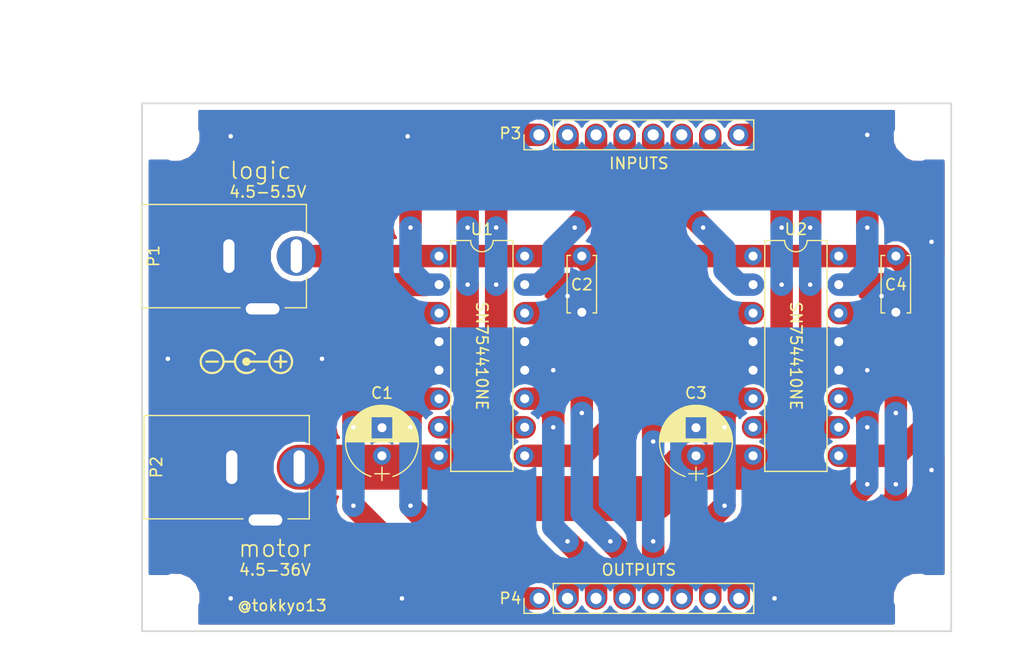
<source format=kicad_pcb>
(kicad_pcb (version 4) (host pcbnew 4.0.1-stable)

  (general
    (links 43)
    (no_connects 0)
    (area 111.924999 87.924999 184.075001 135.075001)
    (thickness 1.6)
    (drawings 29)
    (tracks 219)
    (zones 0)
    (modules 14)
    (nets 20)
  )

  (page A4)
  (layers
    (0 F.Cu signal)
    (31 B.Cu signal)
    (32 B.Adhes user)
    (33 F.Adhes user)
    (34 B.Paste user)
    (35 F.Paste user)
    (36 B.SilkS user)
    (37 F.SilkS user)
    (38 B.Mask user)
    (39 F.Mask user)
    (40 Dwgs.User user)
    (41 Cmts.User user)
    (42 Eco1.User user)
    (43 Eco2.User user)
    (44 Edge.Cuts user)
    (45 Margin user)
    (46 B.CrtYd user)
    (47 F.CrtYd user)
    (48 B.Fab user)
    (49 F.Fab user)
  )

  (setup
    (last_trace_width 2)
    (trace_clearance 0.2)
    (zone_clearance 0.508)
    (zone_45_only yes)
    (trace_min 0.2)
    (segment_width 0.2)
    (edge_width 0.15)
    (via_size 0.6)
    (via_drill 0.4)
    (via_min_size 0.4)
    (via_min_drill 0.3)
    (uvia_size 0.3)
    (uvia_drill 0.1)
    (uvias_allowed no)
    (uvia_min_size 0.2)
    (uvia_min_drill 0.1)
    (pcb_text_width 0.3)
    (pcb_text_size 1.5 1.5)
    (mod_edge_width 0.15)
    (mod_text_size 1 1)
    (mod_text_width 0.15)
    (pad_size 1.6 1.6)
    (pad_drill 0.8)
    (pad_to_mask_clearance 0.2)
    (pad_to_paste_clearance 0.2)
    (aux_axis_origin 112 88)
    (visible_elements FFFFFF7F)
    (pcbplotparams
      (layerselection 0x01020_80000001)
      (usegerberextensions false)
      (excludeedgelayer true)
      (linewidth 0.100000)
      (plotframeref false)
      (viasonmask false)
      (mode 1)
      (useauxorigin false)
      (hpglpennumber 1)
      (hpglpenspeed 20)
      (hpglpendiameter 15)
      (hpglpenoverlay 2)
      (psnegative false)
      (psa4output false)
      (plotreference true)
      (plotvalue true)
      (plotinvisibletext false)
      (padsonsilk false)
      (subtractmaskfromsilk false)
      (outputformat 1)
      (mirror false)
      (drillshape 0)
      (scaleselection 1)
      (outputdirectory ""))
  )

  (net 0 "")
  (net 1 "Net-(C1-Pad1)")
  (net 2 "Net-(C1-Pad2)")
  (net 3 "Net-(P3-Pad1)")
  (net 4 "Net-(P3-Pad2)")
  (net 5 "Net-(P3-Pad3)")
  (net 6 "Net-(P3-Pad4)")
  (net 7 "Net-(P3-Pad5)")
  (net 8 "Net-(P3-Pad6)")
  (net 9 "Net-(P3-Pad7)")
  (net 10 "Net-(P3-Pad8)")
  (net 11 "Net-(P4-Pad1)")
  (net 12 "Net-(P4-Pad2)")
  (net 13 "Net-(P4-Pad3)")
  (net 14 "Net-(P4-Pad4)")
  (net 15 "Net-(P4-Pad5)")
  (net 16 "Net-(P4-Pad6)")
  (net 17 "Net-(P4-Pad7)")
  (net 18 "Net-(P4-Pad8)")
  (net 19 "Net-(C2-Pad1)")

  (net_class Default "これは標準のネット クラスです。"
    (clearance 0.2)
    (trace_width 2)
    (via_dia 0.6)
    (via_drill 0.4)
    (uvia_dia 0.3)
    (uvia_drill 0.1)
    (add_net "Net-(C1-Pad1)")
    (add_net "Net-(C1-Pad2)")
    (add_net "Net-(C2-Pad1)")
    (add_net "Net-(P3-Pad1)")
    (add_net "Net-(P3-Pad2)")
    (add_net "Net-(P3-Pad3)")
    (add_net "Net-(P3-Pad4)")
    (add_net "Net-(P3-Pad5)")
    (add_net "Net-(P3-Pad6)")
    (add_net "Net-(P3-Pad7)")
    (add_net "Net-(P3-Pad8)")
    (add_net "Net-(P4-Pad1)")
    (add_net "Net-(P4-Pad2)")
    (add_net "Net-(P4-Pad3)")
    (add_net "Net-(P4-Pad4)")
    (add_net "Net-(P4-Pad5)")
    (add_net "Net-(P4-Pad6)")
    (add_net "Net-(P4-Pad7)")
    (add_net "Net-(P4-Pad8)")
  )

  (module Mounting_Holes:MountingHole_3.2mm_M3 (layer F.Cu) (tedit 5916E2E0) (tstamp 590D6531)
    (at 115 91)
    (descr "Mounting Hole 3.2mm, no annular, M3")
    (tags "mounting hole 3.2mm no annular m3")
    (fp_text reference "" (at 0 -4.2) (layer F.SilkS)
      (effects (font (size 1 1) (thickness 0.15)))
    )
    (fp_text value "" (at 0 4.2) (layer F.Fab)
      (effects (font (size 1 1) (thickness 0.15)))
    )
    (fp_circle (center 0 0) (end 3.2 0) (layer Cmts.User) (width 0.15))
    (fp_circle (center 0 0) (end 3.45 0) (layer F.CrtYd) (width 0.05))
    (pad 1 np_thru_hole circle (at 0 0) (size 3.2 3.2) (drill 3.2) (layers *.Cu *.Mask))
  )

  (module Mounting_Holes:MountingHole_3.2mm_M3 (layer F.Cu) (tedit 590DB80A) (tstamp 590D652B)
    (at 115 132)
    (descr "Mounting Hole 3.2mm, no annular, M3")
    (tags "mounting hole 3.2mm no annular m3")
    (fp_text reference "" (at 0 -4.2) (layer F.SilkS)
      (effects (font (size 1 1) (thickness 0.15)))
    )
    (fp_text value MountingHole_3.2mm_M3 (at 0 4.2) (layer F.Fab)
      (effects (font (size 1 1) (thickness 0.15)))
    )
    (fp_circle (center 0 0) (end 3.2 0) (layer Cmts.User) (width 0.15))
    (fp_circle (center 0 0) (end 3.45 0) (layer F.CrtYd) (width 0.05))
    (pad 1 np_thru_hole circle (at 0 0) (size 3.2 3.2) (drill 3.2) (layers *.Cu *.Mask))
  )

  (module Mounting_Holes:MountingHole_3.2mm_M3 (layer F.Cu) (tedit 590DB800) (tstamp 590D6525)
    (at 181 132)
    (descr "Mounting Hole 3.2mm, no annular, M3")
    (tags "mounting hole 3.2mm no annular m3")
    (fp_text reference "" (at 0 -4.2) (layer F.SilkS)
      (effects (font (size 1 1) (thickness 0.15)))
    )
    (fp_text value MountingHole_3.2mm_M3 (at 0 4.2) (layer F.Fab)
      (effects (font (size 1 1) (thickness 0.15)))
    )
    (fp_circle (center 0 0) (end 3.2 0) (layer Cmts.User) (width 0.15))
    (fp_circle (center 0 0) (end 3.45 0) (layer F.CrtYd) (width 0.05))
    (pad 1 np_thru_hole circle (at 0 0) (size 3.2 3.2) (drill 3.2) (layers *.Cu *.Mask))
  )

  (module Capacitors_ThroughHole:CP_Radial_D6.3mm_P2.50mm (layer F.Cu) (tedit 5912D1D2) (tstamp 590D6126)
    (at 133.35 119.38 90)
    (descr "CP, Radial series, Radial, pin pitch=2.50mm, , diameter=6.3mm, Electrolytic Capacitor")
    (tags "CP Radial series Radial pin pitch 2.50mm  diameter 6.3mm Electrolytic Capacitor")
    (path /590409E1)
    (fp_text reference C1 (at 5.588 0 180) (layer F.SilkS)
      (effects (font (size 1 1) (thickness 0.15)))
    )
    (fp_text value 100uF (at 1.25 4.21 90) (layer F.Fab)
      (effects (font (size 1 1) (thickness 0.15)))
    )
    (fp_arc (start 1.25 0) (end -1.838236 -0.98) (angle 144.8) (layer F.SilkS) (width 0.12))
    (fp_arc (start 1.25 0) (end -1.838236 0.98) (angle -144.8) (layer F.SilkS) (width 0.12))
    (fp_arc (start 1.25 0) (end 4.338236 -0.98) (angle 35.2) (layer F.SilkS) (width 0.12))
    (fp_circle (center 1.25 0) (end 4.4 0) (layer F.Fab) (width 0.1))
    (fp_line (start -2.2 0) (end -1 0) (layer F.Fab) (width 0.1))
    (fp_line (start -1.6 -0.65) (end -1.6 0.65) (layer F.Fab) (width 0.1))
    (fp_line (start 1.25 -3.2) (end 1.25 3.2) (layer F.SilkS) (width 0.12))
    (fp_line (start 1.29 -3.2) (end 1.29 3.2) (layer F.SilkS) (width 0.12))
    (fp_line (start 1.33 -3.2) (end 1.33 3.2) (layer F.SilkS) (width 0.12))
    (fp_line (start 1.37 -3.198) (end 1.37 3.198) (layer F.SilkS) (width 0.12))
    (fp_line (start 1.41 -3.197) (end 1.41 3.197) (layer F.SilkS) (width 0.12))
    (fp_line (start 1.45 -3.194) (end 1.45 3.194) (layer F.SilkS) (width 0.12))
    (fp_line (start 1.49 -3.192) (end 1.49 3.192) (layer F.SilkS) (width 0.12))
    (fp_line (start 1.53 -3.188) (end 1.53 -0.98) (layer F.SilkS) (width 0.12))
    (fp_line (start 1.53 0.98) (end 1.53 3.188) (layer F.SilkS) (width 0.12))
    (fp_line (start 1.57 -3.185) (end 1.57 -0.98) (layer F.SilkS) (width 0.12))
    (fp_line (start 1.57 0.98) (end 1.57 3.185) (layer F.SilkS) (width 0.12))
    (fp_line (start 1.61 -3.18) (end 1.61 -0.98) (layer F.SilkS) (width 0.12))
    (fp_line (start 1.61 0.98) (end 1.61 3.18) (layer F.SilkS) (width 0.12))
    (fp_line (start 1.65 -3.176) (end 1.65 -0.98) (layer F.SilkS) (width 0.12))
    (fp_line (start 1.65 0.98) (end 1.65 3.176) (layer F.SilkS) (width 0.12))
    (fp_line (start 1.69 -3.17) (end 1.69 -0.98) (layer F.SilkS) (width 0.12))
    (fp_line (start 1.69 0.98) (end 1.69 3.17) (layer F.SilkS) (width 0.12))
    (fp_line (start 1.73 -3.165) (end 1.73 -0.98) (layer F.SilkS) (width 0.12))
    (fp_line (start 1.73 0.98) (end 1.73 3.165) (layer F.SilkS) (width 0.12))
    (fp_line (start 1.77 -3.158) (end 1.77 -0.98) (layer F.SilkS) (width 0.12))
    (fp_line (start 1.77 0.98) (end 1.77 3.158) (layer F.SilkS) (width 0.12))
    (fp_line (start 1.81 -3.152) (end 1.81 -0.98) (layer F.SilkS) (width 0.12))
    (fp_line (start 1.81 0.98) (end 1.81 3.152) (layer F.SilkS) (width 0.12))
    (fp_line (start 1.85 -3.144) (end 1.85 -0.98) (layer F.SilkS) (width 0.12))
    (fp_line (start 1.85 0.98) (end 1.85 3.144) (layer F.SilkS) (width 0.12))
    (fp_line (start 1.89 -3.137) (end 1.89 -0.98) (layer F.SilkS) (width 0.12))
    (fp_line (start 1.89 0.98) (end 1.89 3.137) (layer F.SilkS) (width 0.12))
    (fp_line (start 1.93 -3.128) (end 1.93 -0.98) (layer F.SilkS) (width 0.12))
    (fp_line (start 1.93 0.98) (end 1.93 3.128) (layer F.SilkS) (width 0.12))
    (fp_line (start 1.971 -3.119) (end 1.971 -0.98) (layer F.SilkS) (width 0.12))
    (fp_line (start 1.971 0.98) (end 1.971 3.119) (layer F.SilkS) (width 0.12))
    (fp_line (start 2.011 -3.11) (end 2.011 -0.98) (layer F.SilkS) (width 0.12))
    (fp_line (start 2.011 0.98) (end 2.011 3.11) (layer F.SilkS) (width 0.12))
    (fp_line (start 2.051 -3.1) (end 2.051 -0.98) (layer F.SilkS) (width 0.12))
    (fp_line (start 2.051 0.98) (end 2.051 3.1) (layer F.SilkS) (width 0.12))
    (fp_line (start 2.091 -3.09) (end 2.091 -0.98) (layer F.SilkS) (width 0.12))
    (fp_line (start 2.091 0.98) (end 2.091 3.09) (layer F.SilkS) (width 0.12))
    (fp_line (start 2.131 -3.079) (end 2.131 -0.98) (layer F.SilkS) (width 0.12))
    (fp_line (start 2.131 0.98) (end 2.131 3.079) (layer F.SilkS) (width 0.12))
    (fp_line (start 2.171 -3.067) (end 2.171 -0.98) (layer F.SilkS) (width 0.12))
    (fp_line (start 2.171 0.98) (end 2.171 3.067) (layer F.SilkS) (width 0.12))
    (fp_line (start 2.211 -3.055) (end 2.211 -0.98) (layer F.SilkS) (width 0.12))
    (fp_line (start 2.211 0.98) (end 2.211 3.055) (layer F.SilkS) (width 0.12))
    (fp_line (start 2.251 -3.042) (end 2.251 -0.98) (layer F.SilkS) (width 0.12))
    (fp_line (start 2.251 0.98) (end 2.251 3.042) (layer F.SilkS) (width 0.12))
    (fp_line (start 2.291 -3.029) (end 2.291 -0.98) (layer F.SilkS) (width 0.12))
    (fp_line (start 2.291 0.98) (end 2.291 3.029) (layer F.SilkS) (width 0.12))
    (fp_line (start 2.331 -3.015) (end 2.331 -0.98) (layer F.SilkS) (width 0.12))
    (fp_line (start 2.331 0.98) (end 2.331 3.015) (layer F.SilkS) (width 0.12))
    (fp_line (start 2.371 -3.001) (end 2.371 -0.98) (layer F.SilkS) (width 0.12))
    (fp_line (start 2.371 0.98) (end 2.371 3.001) (layer F.SilkS) (width 0.12))
    (fp_line (start 2.411 -2.986) (end 2.411 -0.98) (layer F.SilkS) (width 0.12))
    (fp_line (start 2.411 0.98) (end 2.411 2.986) (layer F.SilkS) (width 0.12))
    (fp_line (start 2.451 -2.97) (end 2.451 -0.98) (layer F.SilkS) (width 0.12))
    (fp_line (start 2.451 0.98) (end 2.451 2.97) (layer F.SilkS) (width 0.12))
    (fp_line (start 2.491 -2.954) (end 2.491 -0.98) (layer F.SilkS) (width 0.12))
    (fp_line (start 2.491 0.98) (end 2.491 2.954) (layer F.SilkS) (width 0.12))
    (fp_line (start 2.531 -2.937) (end 2.531 -0.98) (layer F.SilkS) (width 0.12))
    (fp_line (start 2.531 0.98) (end 2.531 2.937) (layer F.SilkS) (width 0.12))
    (fp_line (start 2.571 -2.919) (end 2.571 -0.98) (layer F.SilkS) (width 0.12))
    (fp_line (start 2.571 0.98) (end 2.571 2.919) (layer F.SilkS) (width 0.12))
    (fp_line (start 2.611 -2.901) (end 2.611 -0.98) (layer F.SilkS) (width 0.12))
    (fp_line (start 2.611 0.98) (end 2.611 2.901) (layer F.SilkS) (width 0.12))
    (fp_line (start 2.651 -2.882) (end 2.651 -0.98) (layer F.SilkS) (width 0.12))
    (fp_line (start 2.651 0.98) (end 2.651 2.882) (layer F.SilkS) (width 0.12))
    (fp_line (start 2.691 -2.863) (end 2.691 -0.98) (layer F.SilkS) (width 0.12))
    (fp_line (start 2.691 0.98) (end 2.691 2.863) (layer F.SilkS) (width 0.12))
    (fp_line (start 2.731 -2.843) (end 2.731 -0.98) (layer F.SilkS) (width 0.12))
    (fp_line (start 2.731 0.98) (end 2.731 2.843) (layer F.SilkS) (width 0.12))
    (fp_line (start 2.771 -2.822) (end 2.771 -0.98) (layer F.SilkS) (width 0.12))
    (fp_line (start 2.771 0.98) (end 2.771 2.822) (layer F.SilkS) (width 0.12))
    (fp_line (start 2.811 -2.8) (end 2.811 -0.98) (layer F.SilkS) (width 0.12))
    (fp_line (start 2.811 0.98) (end 2.811 2.8) (layer F.SilkS) (width 0.12))
    (fp_line (start 2.851 -2.778) (end 2.851 -0.98) (layer F.SilkS) (width 0.12))
    (fp_line (start 2.851 0.98) (end 2.851 2.778) (layer F.SilkS) (width 0.12))
    (fp_line (start 2.891 -2.755) (end 2.891 -0.98) (layer F.SilkS) (width 0.12))
    (fp_line (start 2.891 0.98) (end 2.891 2.755) (layer F.SilkS) (width 0.12))
    (fp_line (start 2.931 -2.731) (end 2.931 -0.98) (layer F.SilkS) (width 0.12))
    (fp_line (start 2.931 0.98) (end 2.931 2.731) (layer F.SilkS) (width 0.12))
    (fp_line (start 2.971 -2.706) (end 2.971 -0.98) (layer F.SilkS) (width 0.12))
    (fp_line (start 2.971 0.98) (end 2.971 2.706) (layer F.SilkS) (width 0.12))
    (fp_line (start 3.011 -2.681) (end 3.011 -0.98) (layer F.SilkS) (width 0.12))
    (fp_line (start 3.011 0.98) (end 3.011 2.681) (layer F.SilkS) (width 0.12))
    (fp_line (start 3.051 -2.654) (end 3.051 -0.98) (layer F.SilkS) (width 0.12))
    (fp_line (start 3.051 0.98) (end 3.051 2.654) (layer F.SilkS) (width 0.12))
    (fp_line (start 3.091 -2.627) (end 3.091 -0.98) (layer F.SilkS) (width 0.12))
    (fp_line (start 3.091 0.98) (end 3.091 2.627) (layer F.SilkS) (width 0.12))
    (fp_line (start 3.131 -2.599) (end 3.131 -0.98) (layer F.SilkS) (width 0.12))
    (fp_line (start 3.131 0.98) (end 3.131 2.599) (layer F.SilkS) (width 0.12))
    (fp_line (start 3.171 -2.57) (end 3.171 -0.98) (layer F.SilkS) (width 0.12))
    (fp_line (start 3.171 0.98) (end 3.171 2.57) (layer F.SilkS) (width 0.12))
    (fp_line (start 3.211 -2.54) (end 3.211 -0.98) (layer F.SilkS) (width 0.12))
    (fp_line (start 3.211 0.98) (end 3.211 2.54) (layer F.SilkS) (width 0.12))
    (fp_line (start 3.251 -2.51) (end 3.251 -0.98) (layer F.SilkS) (width 0.12))
    (fp_line (start 3.251 0.98) (end 3.251 2.51) (layer F.SilkS) (width 0.12))
    (fp_line (start 3.291 -2.478) (end 3.291 -0.98) (layer F.SilkS) (width 0.12))
    (fp_line (start 3.291 0.98) (end 3.291 2.478) (layer F.SilkS) (width 0.12))
    (fp_line (start 3.331 -2.445) (end 3.331 -0.98) (layer F.SilkS) (width 0.12))
    (fp_line (start 3.331 0.98) (end 3.331 2.445) (layer F.SilkS) (width 0.12))
    (fp_line (start 3.371 -2.411) (end 3.371 -0.98) (layer F.SilkS) (width 0.12))
    (fp_line (start 3.371 0.98) (end 3.371 2.411) (layer F.SilkS) (width 0.12))
    (fp_line (start 3.411 -2.375) (end 3.411 -0.98) (layer F.SilkS) (width 0.12))
    (fp_line (start 3.411 0.98) (end 3.411 2.375) (layer F.SilkS) (width 0.12))
    (fp_line (start 3.451 -2.339) (end 3.451 -0.98) (layer F.SilkS) (width 0.12))
    (fp_line (start 3.451 0.98) (end 3.451 2.339) (layer F.SilkS) (width 0.12))
    (fp_line (start 3.491 -2.301) (end 3.491 2.301) (layer F.SilkS) (width 0.12))
    (fp_line (start 3.531 -2.262) (end 3.531 2.262) (layer F.SilkS) (width 0.12))
    (fp_line (start 3.571 -2.222) (end 3.571 2.222) (layer F.SilkS) (width 0.12))
    (fp_line (start 3.611 -2.18) (end 3.611 2.18) (layer F.SilkS) (width 0.12))
    (fp_line (start 3.651 -2.137) (end 3.651 2.137) (layer F.SilkS) (width 0.12))
    (fp_line (start 3.691 -2.092) (end 3.691 2.092) (layer F.SilkS) (width 0.12))
    (fp_line (start 3.731 -2.045) (end 3.731 2.045) (layer F.SilkS) (width 0.12))
    (fp_line (start 3.771 -1.997) (end 3.771 1.997) (layer F.SilkS) (width 0.12))
    (fp_line (start 3.811 -1.946) (end 3.811 1.946) (layer F.SilkS) (width 0.12))
    (fp_line (start 3.851 -1.894) (end 3.851 1.894) (layer F.SilkS) (width 0.12))
    (fp_line (start 3.891 -1.839) (end 3.891 1.839) (layer F.SilkS) (width 0.12))
    (fp_line (start 3.931 -1.781) (end 3.931 1.781) (layer F.SilkS) (width 0.12))
    (fp_line (start 3.971 -1.721) (end 3.971 1.721) (layer F.SilkS) (width 0.12))
    (fp_line (start 4.011 -1.658) (end 4.011 1.658) (layer F.SilkS) (width 0.12))
    (fp_line (start 4.051 -1.591) (end 4.051 1.591) (layer F.SilkS) (width 0.12))
    (fp_line (start 4.091 -1.52) (end 4.091 1.52) (layer F.SilkS) (width 0.12))
    (fp_line (start 4.131 -1.445) (end 4.131 1.445) (layer F.SilkS) (width 0.12))
    (fp_line (start 4.171 -1.364) (end 4.171 1.364) (layer F.SilkS) (width 0.12))
    (fp_line (start 4.211 -1.278) (end 4.211 1.278) (layer F.SilkS) (width 0.12))
    (fp_line (start 4.251 -1.184) (end 4.251 1.184) (layer F.SilkS) (width 0.12))
    (fp_line (start 4.291 -1.081) (end 4.291 1.081) (layer F.SilkS) (width 0.12))
    (fp_line (start 4.331 -0.966) (end 4.331 0.966) (layer F.SilkS) (width 0.12))
    (fp_line (start 4.371 -0.834) (end 4.371 0.834) (layer F.SilkS) (width 0.12))
    (fp_line (start 4.411 -0.676) (end 4.411 0.676) (layer F.SilkS) (width 0.12))
    (fp_line (start 4.451 -0.468) (end 4.451 0.468) (layer F.SilkS) (width 0.12))
    (fp_line (start -2.2 0) (end -1 0) (layer F.SilkS) (width 0.12))
    (fp_line (start -1.6 -0.65) (end -1.6 0.65) (layer F.SilkS) (width 0.12))
    (fp_line (start -2.25 -3.5) (end -2.25 3.5) (layer F.CrtYd) (width 0.05))
    (fp_line (start -2.25 3.5) (end 4.75 3.5) (layer F.CrtYd) (width 0.05))
    (fp_line (start 4.75 3.5) (end 4.75 -3.5) (layer F.CrtYd) (width 0.05))
    (fp_line (start 4.75 -3.5) (end -2.25 -3.5) (layer F.CrtYd) (width 0.05))
    (pad 1 thru_hole circle (at 0 0 90) (size 1.6 1.6) (drill 0.8) (layers *.Cu *.Mask)
      (net 1 "Net-(C1-Pad1)"))
    (pad 2 thru_hole circle (at 2.5 0 90) (size 1.6 1.6) (drill 0.8) (layers *.Cu *.Mask)
      (net 2 "Net-(C1-Pad2)"))
    (model Capacitors_THT.3dshapes/CP_Radial_D6.3mm_P2.50mm.wrl
      (at (xyz 0 0 0))
      (scale (xyz 0.393701 0.393701 0.393701))
      (rotate (xyz 0 0 0))
    )
  )

  (module Capacitors_ThroughHole:C_Disc_D5.0mm_W2.5mm_P5.00mm (layer F.Cu) (tedit 59127332) (tstamp 590D612C)
    (at 151.13 101.6 270)
    (descr "C, Disc series, Radial, pin pitch=5.00mm, , diameter*width=5*2.5mm^2, Capacitor, http://cdn-reichelt.de/documents/datenblatt/B300/DS_KERKO_TC.pdf")
    (tags "C Disc series Radial pin pitch 5.00mm  diameter 5mm width 2.5mm Capacitor")
    (path /5903FED9)
    (fp_text reference C2 (at 2.54 0 360) (layer F.SilkS)
      (effects (font (size 1 1) (thickness 0.15)))
    )
    (fp_text value 0.1uF (at 2.5 2.31 270) (layer F.Fab)
      (effects (font (size 1 1) (thickness 0.15)))
    )
    (fp_line (start 0 -1.25) (end 0 1.25) (layer F.Fab) (width 0.1))
    (fp_line (start 0 1.25) (end 5 1.25) (layer F.Fab) (width 0.1))
    (fp_line (start 5 1.25) (end 5 -1.25) (layer F.Fab) (width 0.1))
    (fp_line (start 5 -1.25) (end 0 -1.25) (layer F.Fab) (width 0.1))
    (fp_line (start -0.06 -1.31) (end 5.06 -1.31) (layer F.SilkS) (width 0.12))
    (fp_line (start -0.06 1.31) (end 5.06 1.31) (layer F.SilkS) (width 0.12))
    (fp_line (start -0.06 -1.31) (end -0.06 -0.996) (layer F.SilkS) (width 0.12))
    (fp_line (start -0.06 0.996) (end -0.06 1.31) (layer F.SilkS) (width 0.12))
    (fp_line (start 5.06 -1.31) (end 5.06 -0.996) (layer F.SilkS) (width 0.12))
    (fp_line (start 5.06 0.996) (end 5.06 1.31) (layer F.SilkS) (width 0.12))
    (fp_line (start -1.05 -1.6) (end -1.05 1.6) (layer F.CrtYd) (width 0.05))
    (fp_line (start -1.05 1.6) (end 6.05 1.6) (layer F.CrtYd) (width 0.05))
    (fp_line (start 6.05 1.6) (end 6.05 -1.6) (layer F.CrtYd) (width 0.05))
    (fp_line (start 6.05 -1.6) (end -1.05 -1.6) (layer F.CrtYd) (width 0.05))
    (pad 1 thru_hole circle (at 0 0 270) (size 1.6 1.6) (drill 0.8) (layers *.Cu *.Mask)
      (net 19 "Net-(C2-Pad1)"))
    (pad 2 thru_hole circle (at 5 0 270) (size 1.6 1.6) (drill 0.8) (layers *.Cu *.Mask)
      (net 2 "Net-(C1-Pad2)"))
    (model Capacitors_THT.3dshapes/C_Disc_D5.0mm_W2.5mm_P5.00mm.wrl
      (at (xyz 0 0 0))
      (scale (xyz 0.393701 0.393701 0.393701))
      (rotate (xyz 0 0 0))
    )
  )

  (module Capacitors_ThroughHole:CP_Radial_D6.3mm_P2.50mm (layer F.Cu) (tedit 5912D1DD) (tstamp 590D6132)
    (at 161.29 119.38 90)
    (descr "CP, Radial series, Radial, pin pitch=2.50mm, , diameter=6.3mm, Electrolytic Capacitor")
    (tags "CP Radial series Radial pin pitch 2.50mm  diameter 6.3mm Electrolytic Capacitor")
    (path /59040A2A)
    (fp_text reference C3 (at 5.588 0 180) (layer F.SilkS)
      (effects (font (size 1 1) (thickness 0.15)))
    )
    (fp_text value 100uF (at 1.25 4.21 90) (layer F.Fab)
      (effects (font (size 1 1) (thickness 0.15)))
    )
    (fp_arc (start 1.25 0) (end -1.838236 -0.98) (angle 144.8) (layer F.SilkS) (width 0.12))
    (fp_arc (start 1.25 0) (end -1.838236 0.98) (angle -144.8) (layer F.SilkS) (width 0.12))
    (fp_arc (start 1.25 0) (end 4.338236 -0.98) (angle 35.2) (layer F.SilkS) (width 0.12))
    (fp_circle (center 1.25 0) (end 4.4 0) (layer F.Fab) (width 0.1))
    (fp_line (start -2.2 0) (end -1 0) (layer F.Fab) (width 0.1))
    (fp_line (start -1.6 -0.65) (end -1.6 0.65) (layer F.Fab) (width 0.1))
    (fp_line (start 1.25 -3.2) (end 1.25 3.2) (layer F.SilkS) (width 0.12))
    (fp_line (start 1.29 -3.2) (end 1.29 3.2) (layer F.SilkS) (width 0.12))
    (fp_line (start 1.33 -3.2) (end 1.33 3.2) (layer F.SilkS) (width 0.12))
    (fp_line (start 1.37 -3.198) (end 1.37 3.198) (layer F.SilkS) (width 0.12))
    (fp_line (start 1.41 -3.197) (end 1.41 3.197) (layer F.SilkS) (width 0.12))
    (fp_line (start 1.45 -3.194) (end 1.45 3.194) (layer F.SilkS) (width 0.12))
    (fp_line (start 1.49 -3.192) (end 1.49 3.192) (layer F.SilkS) (width 0.12))
    (fp_line (start 1.53 -3.188) (end 1.53 -0.98) (layer F.SilkS) (width 0.12))
    (fp_line (start 1.53 0.98) (end 1.53 3.188) (layer F.SilkS) (width 0.12))
    (fp_line (start 1.57 -3.185) (end 1.57 -0.98) (layer F.SilkS) (width 0.12))
    (fp_line (start 1.57 0.98) (end 1.57 3.185) (layer F.SilkS) (width 0.12))
    (fp_line (start 1.61 -3.18) (end 1.61 -0.98) (layer F.SilkS) (width 0.12))
    (fp_line (start 1.61 0.98) (end 1.61 3.18) (layer F.SilkS) (width 0.12))
    (fp_line (start 1.65 -3.176) (end 1.65 -0.98) (layer F.SilkS) (width 0.12))
    (fp_line (start 1.65 0.98) (end 1.65 3.176) (layer F.SilkS) (width 0.12))
    (fp_line (start 1.69 -3.17) (end 1.69 -0.98) (layer F.SilkS) (width 0.12))
    (fp_line (start 1.69 0.98) (end 1.69 3.17) (layer F.SilkS) (width 0.12))
    (fp_line (start 1.73 -3.165) (end 1.73 -0.98) (layer F.SilkS) (width 0.12))
    (fp_line (start 1.73 0.98) (end 1.73 3.165) (layer F.SilkS) (width 0.12))
    (fp_line (start 1.77 -3.158) (end 1.77 -0.98) (layer F.SilkS) (width 0.12))
    (fp_line (start 1.77 0.98) (end 1.77 3.158) (layer F.SilkS) (width 0.12))
    (fp_line (start 1.81 -3.152) (end 1.81 -0.98) (layer F.SilkS) (width 0.12))
    (fp_line (start 1.81 0.98) (end 1.81 3.152) (layer F.SilkS) (width 0.12))
    (fp_line (start 1.85 -3.144) (end 1.85 -0.98) (layer F.SilkS) (width 0.12))
    (fp_line (start 1.85 0.98) (end 1.85 3.144) (layer F.SilkS) (width 0.12))
    (fp_line (start 1.89 -3.137) (end 1.89 -0.98) (layer F.SilkS) (width 0.12))
    (fp_line (start 1.89 0.98) (end 1.89 3.137) (layer F.SilkS) (width 0.12))
    (fp_line (start 1.93 -3.128) (end 1.93 -0.98) (layer F.SilkS) (width 0.12))
    (fp_line (start 1.93 0.98) (end 1.93 3.128) (layer F.SilkS) (width 0.12))
    (fp_line (start 1.971 -3.119) (end 1.971 -0.98) (layer F.SilkS) (width 0.12))
    (fp_line (start 1.971 0.98) (end 1.971 3.119) (layer F.SilkS) (width 0.12))
    (fp_line (start 2.011 -3.11) (end 2.011 -0.98) (layer F.SilkS) (width 0.12))
    (fp_line (start 2.011 0.98) (end 2.011 3.11) (layer F.SilkS) (width 0.12))
    (fp_line (start 2.051 -3.1) (end 2.051 -0.98) (layer F.SilkS) (width 0.12))
    (fp_line (start 2.051 0.98) (end 2.051 3.1) (layer F.SilkS) (width 0.12))
    (fp_line (start 2.091 -3.09) (end 2.091 -0.98) (layer F.SilkS) (width 0.12))
    (fp_line (start 2.091 0.98) (end 2.091 3.09) (layer F.SilkS) (width 0.12))
    (fp_line (start 2.131 -3.079) (end 2.131 -0.98) (layer F.SilkS) (width 0.12))
    (fp_line (start 2.131 0.98) (end 2.131 3.079) (layer F.SilkS) (width 0.12))
    (fp_line (start 2.171 -3.067) (end 2.171 -0.98) (layer F.SilkS) (width 0.12))
    (fp_line (start 2.171 0.98) (end 2.171 3.067) (layer F.SilkS) (width 0.12))
    (fp_line (start 2.211 -3.055) (end 2.211 -0.98) (layer F.SilkS) (width 0.12))
    (fp_line (start 2.211 0.98) (end 2.211 3.055) (layer F.SilkS) (width 0.12))
    (fp_line (start 2.251 -3.042) (end 2.251 -0.98) (layer F.SilkS) (width 0.12))
    (fp_line (start 2.251 0.98) (end 2.251 3.042) (layer F.SilkS) (width 0.12))
    (fp_line (start 2.291 -3.029) (end 2.291 -0.98) (layer F.SilkS) (width 0.12))
    (fp_line (start 2.291 0.98) (end 2.291 3.029) (layer F.SilkS) (width 0.12))
    (fp_line (start 2.331 -3.015) (end 2.331 -0.98) (layer F.SilkS) (width 0.12))
    (fp_line (start 2.331 0.98) (end 2.331 3.015) (layer F.SilkS) (width 0.12))
    (fp_line (start 2.371 -3.001) (end 2.371 -0.98) (layer F.SilkS) (width 0.12))
    (fp_line (start 2.371 0.98) (end 2.371 3.001) (layer F.SilkS) (width 0.12))
    (fp_line (start 2.411 -2.986) (end 2.411 -0.98) (layer F.SilkS) (width 0.12))
    (fp_line (start 2.411 0.98) (end 2.411 2.986) (layer F.SilkS) (width 0.12))
    (fp_line (start 2.451 -2.97) (end 2.451 -0.98) (layer F.SilkS) (width 0.12))
    (fp_line (start 2.451 0.98) (end 2.451 2.97) (layer F.SilkS) (width 0.12))
    (fp_line (start 2.491 -2.954) (end 2.491 -0.98) (layer F.SilkS) (width 0.12))
    (fp_line (start 2.491 0.98) (end 2.491 2.954) (layer F.SilkS) (width 0.12))
    (fp_line (start 2.531 -2.937) (end 2.531 -0.98) (layer F.SilkS) (width 0.12))
    (fp_line (start 2.531 0.98) (end 2.531 2.937) (layer F.SilkS) (width 0.12))
    (fp_line (start 2.571 -2.919) (end 2.571 -0.98) (layer F.SilkS) (width 0.12))
    (fp_line (start 2.571 0.98) (end 2.571 2.919) (layer F.SilkS) (width 0.12))
    (fp_line (start 2.611 -2.901) (end 2.611 -0.98) (layer F.SilkS) (width 0.12))
    (fp_line (start 2.611 0.98) (end 2.611 2.901) (layer F.SilkS) (width 0.12))
    (fp_line (start 2.651 -2.882) (end 2.651 -0.98) (layer F.SilkS) (width 0.12))
    (fp_line (start 2.651 0.98) (end 2.651 2.882) (layer F.SilkS) (width 0.12))
    (fp_line (start 2.691 -2.863) (end 2.691 -0.98) (layer F.SilkS) (width 0.12))
    (fp_line (start 2.691 0.98) (end 2.691 2.863) (layer F.SilkS) (width 0.12))
    (fp_line (start 2.731 -2.843) (end 2.731 -0.98) (layer F.SilkS) (width 0.12))
    (fp_line (start 2.731 0.98) (end 2.731 2.843) (layer F.SilkS) (width 0.12))
    (fp_line (start 2.771 -2.822) (end 2.771 -0.98) (layer F.SilkS) (width 0.12))
    (fp_line (start 2.771 0.98) (end 2.771 2.822) (layer F.SilkS) (width 0.12))
    (fp_line (start 2.811 -2.8) (end 2.811 -0.98) (layer F.SilkS) (width 0.12))
    (fp_line (start 2.811 0.98) (end 2.811 2.8) (layer F.SilkS) (width 0.12))
    (fp_line (start 2.851 -2.778) (end 2.851 -0.98) (layer F.SilkS) (width 0.12))
    (fp_line (start 2.851 0.98) (end 2.851 2.778) (layer F.SilkS) (width 0.12))
    (fp_line (start 2.891 -2.755) (end 2.891 -0.98) (layer F.SilkS) (width 0.12))
    (fp_line (start 2.891 0.98) (end 2.891 2.755) (layer F.SilkS) (width 0.12))
    (fp_line (start 2.931 -2.731) (end 2.931 -0.98) (layer F.SilkS) (width 0.12))
    (fp_line (start 2.931 0.98) (end 2.931 2.731) (layer F.SilkS) (width 0.12))
    (fp_line (start 2.971 -2.706) (end 2.971 -0.98) (layer F.SilkS) (width 0.12))
    (fp_line (start 2.971 0.98) (end 2.971 2.706) (layer F.SilkS) (width 0.12))
    (fp_line (start 3.011 -2.681) (end 3.011 -0.98) (layer F.SilkS) (width 0.12))
    (fp_line (start 3.011 0.98) (end 3.011 2.681) (layer F.SilkS) (width 0.12))
    (fp_line (start 3.051 -2.654) (end 3.051 -0.98) (layer F.SilkS) (width 0.12))
    (fp_line (start 3.051 0.98) (end 3.051 2.654) (layer F.SilkS) (width 0.12))
    (fp_line (start 3.091 -2.627) (end 3.091 -0.98) (layer F.SilkS) (width 0.12))
    (fp_line (start 3.091 0.98) (end 3.091 2.627) (layer F.SilkS) (width 0.12))
    (fp_line (start 3.131 -2.599) (end 3.131 -0.98) (layer F.SilkS) (width 0.12))
    (fp_line (start 3.131 0.98) (end 3.131 2.599) (layer F.SilkS) (width 0.12))
    (fp_line (start 3.171 -2.57) (end 3.171 -0.98) (layer F.SilkS) (width 0.12))
    (fp_line (start 3.171 0.98) (end 3.171 2.57) (layer F.SilkS) (width 0.12))
    (fp_line (start 3.211 -2.54) (end 3.211 -0.98) (layer F.SilkS) (width 0.12))
    (fp_line (start 3.211 0.98) (end 3.211 2.54) (layer F.SilkS) (width 0.12))
    (fp_line (start 3.251 -2.51) (end 3.251 -0.98) (layer F.SilkS) (width 0.12))
    (fp_line (start 3.251 0.98) (end 3.251 2.51) (layer F.SilkS) (width 0.12))
    (fp_line (start 3.291 -2.478) (end 3.291 -0.98) (layer F.SilkS) (width 0.12))
    (fp_line (start 3.291 0.98) (end 3.291 2.478) (layer F.SilkS) (width 0.12))
    (fp_line (start 3.331 -2.445) (end 3.331 -0.98) (layer F.SilkS) (width 0.12))
    (fp_line (start 3.331 0.98) (end 3.331 2.445) (layer F.SilkS) (width 0.12))
    (fp_line (start 3.371 -2.411) (end 3.371 -0.98) (layer F.SilkS) (width 0.12))
    (fp_line (start 3.371 0.98) (end 3.371 2.411) (layer F.SilkS) (width 0.12))
    (fp_line (start 3.411 -2.375) (end 3.411 -0.98) (layer F.SilkS) (width 0.12))
    (fp_line (start 3.411 0.98) (end 3.411 2.375) (layer F.SilkS) (width 0.12))
    (fp_line (start 3.451 -2.339) (end 3.451 -0.98) (layer F.SilkS) (width 0.12))
    (fp_line (start 3.451 0.98) (end 3.451 2.339) (layer F.SilkS) (width 0.12))
    (fp_line (start 3.491 -2.301) (end 3.491 2.301) (layer F.SilkS) (width 0.12))
    (fp_line (start 3.531 -2.262) (end 3.531 2.262) (layer F.SilkS) (width 0.12))
    (fp_line (start 3.571 -2.222) (end 3.571 2.222) (layer F.SilkS) (width 0.12))
    (fp_line (start 3.611 -2.18) (end 3.611 2.18) (layer F.SilkS) (width 0.12))
    (fp_line (start 3.651 -2.137) (end 3.651 2.137) (layer F.SilkS) (width 0.12))
    (fp_line (start 3.691 -2.092) (end 3.691 2.092) (layer F.SilkS) (width 0.12))
    (fp_line (start 3.731 -2.045) (end 3.731 2.045) (layer F.SilkS) (width 0.12))
    (fp_line (start 3.771 -1.997) (end 3.771 1.997) (layer F.SilkS) (width 0.12))
    (fp_line (start 3.811 -1.946) (end 3.811 1.946) (layer F.SilkS) (width 0.12))
    (fp_line (start 3.851 -1.894) (end 3.851 1.894) (layer F.SilkS) (width 0.12))
    (fp_line (start 3.891 -1.839) (end 3.891 1.839) (layer F.SilkS) (width 0.12))
    (fp_line (start 3.931 -1.781) (end 3.931 1.781) (layer F.SilkS) (width 0.12))
    (fp_line (start 3.971 -1.721) (end 3.971 1.721) (layer F.SilkS) (width 0.12))
    (fp_line (start 4.011 -1.658) (end 4.011 1.658) (layer F.SilkS) (width 0.12))
    (fp_line (start 4.051 -1.591) (end 4.051 1.591) (layer F.SilkS) (width 0.12))
    (fp_line (start 4.091 -1.52) (end 4.091 1.52) (layer F.SilkS) (width 0.12))
    (fp_line (start 4.131 -1.445) (end 4.131 1.445) (layer F.SilkS) (width 0.12))
    (fp_line (start 4.171 -1.364) (end 4.171 1.364) (layer F.SilkS) (width 0.12))
    (fp_line (start 4.211 -1.278) (end 4.211 1.278) (layer F.SilkS) (width 0.12))
    (fp_line (start 4.251 -1.184) (end 4.251 1.184) (layer F.SilkS) (width 0.12))
    (fp_line (start 4.291 -1.081) (end 4.291 1.081) (layer F.SilkS) (width 0.12))
    (fp_line (start 4.331 -0.966) (end 4.331 0.966) (layer F.SilkS) (width 0.12))
    (fp_line (start 4.371 -0.834) (end 4.371 0.834) (layer F.SilkS) (width 0.12))
    (fp_line (start 4.411 -0.676) (end 4.411 0.676) (layer F.SilkS) (width 0.12))
    (fp_line (start 4.451 -0.468) (end 4.451 0.468) (layer F.SilkS) (width 0.12))
    (fp_line (start -2.2 0) (end -1 0) (layer F.SilkS) (width 0.12))
    (fp_line (start -1.6 -0.65) (end -1.6 0.65) (layer F.SilkS) (width 0.12))
    (fp_line (start -2.25 -3.5) (end -2.25 3.5) (layer F.CrtYd) (width 0.05))
    (fp_line (start -2.25 3.5) (end 4.75 3.5) (layer F.CrtYd) (width 0.05))
    (fp_line (start 4.75 3.5) (end 4.75 -3.5) (layer F.CrtYd) (width 0.05))
    (fp_line (start 4.75 -3.5) (end -2.25 -3.5) (layer F.CrtYd) (width 0.05))
    (pad 1 thru_hole circle (at 0 0 90) (size 1.6 1.6) (drill 0.8) (layers *.Cu *.Mask)
      (net 1 "Net-(C1-Pad1)"))
    (pad 2 thru_hole circle (at 2.5 0 90) (size 1.6 1.6) (drill 0.8) (layers *.Cu *.Mask)
      (net 2 "Net-(C1-Pad2)"))
    (model Capacitors_THT.3dshapes/CP_Radial_D6.3mm_P2.50mm.wrl
      (at (xyz 0 0 0))
      (scale (xyz 0.393701 0.393701 0.393701))
      (rotate (xyz 0 0 0))
    )
  )

  (module Capacitors_ThroughHole:C_Disc_D5.0mm_W2.5mm_P5.00mm (layer F.Cu) (tedit 5912732E) (tstamp 590D6138)
    (at 179.07 101.6 270)
    (descr "C, Disc series, Radial, pin pitch=5.00mm, , diameter*width=5*2.5mm^2, Capacitor, http://cdn-reichelt.de/documents/datenblatt/B300/DS_KERKO_TC.pdf")
    (tags "C Disc series Radial pin pitch 5.00mm  diameter 5mm width 2.5mm Capacitor")
    (path /59040A88)
    (fp_text reference C4 (at 2.54 0 360) (layer F.SilkS)
      (effects (font (size 1 1) (thickness 0.15)))
    )
    (fp_text value 0.1uF (at 2.5 2.31 270) (layer F.Fab)
      (effects (font (size 1 1) (thickness 0.15)))
    )
    (fp_line (start 0 -1.25) (end 0 1.25) (layer F.Fab) (width 0.1))
    (fp_line (start 0 1.25) (end 5 1.25) (layer F.Fab) (width 0.1))
    (fp_line (start 5 1.25) (end 5 -1.25) (layer F.Fab) (width 0.1))
    (fp_line (start 5 -1.25) (end 0 -1.25) (layer F.Fab) (width 0.1))
    (fp_line (start -0.06 -1.31) (end 5.06 -1.31) (layer F.SilkS) (width 0.12))
    (fp_line (start -0.06 1.31) (end 5.06 1.31) (layer F.SilkS) (width 0.12))
    (fp_line (start -0.06 -1.31) (end -0.06 -0.996) (layer F.SilkS) (width 0.12))
    (fp_line (start -0.06 0.996) (end -0.06 1.31) (layer F.SilkS) (width 0.12))
    (fp_line (start 5.06 -1.31) (end 5.06 -0.996) (layer F.SilkS) (width 0.12))
    (fp_line (start 5.06 0.996) (end 5.06 1.31) (layer F.SilkS) (width 0.12))
    (fp_line (start -1.05 -1.6) (end -1.05 1.6) (layer F.CrtYd) (width 0.05))
    (fp_line (start -1.05 1.6) (end 6.05 1.6) (layer F.CrtYd) (width 0.05))
    (fp_line (start 6.05 1.6) (end 6.05 -1.6) (layer F.CrtYd) (width 0.05))
    (fp_line (start 6.05 -1.6) (end -1.05 -1.6) (layer F.CrtYd) (width 0.05))
    (pad 1 thru_hole circle (at 0 0 270) (size 1.6 1.6) (drill 0.8) (layers *.Cu *.Mask)
      (net 19 "Net-(C2-Pad1)"))
    (pad 2 thru_hole circle (at 5 0 270) (size 1.6 1.6) (drill 0.8) (layers *.Cu *.Mask)
      (net 2 "Net-(C1-Pad2)"))
    (model Capacitors_THT.3dshapes/C_Disc_D5.0mm_W2.5mm_P5.00mm.wrl
      (at (xyz 0 0 0))
      (scale (xyz 0.393701 0.393701 0.393701))
      (rotate (xyz 0 0 0))
    )
  )

  (module Connect:BARREL_JACK (layer F.Cu) (tedit 591272CC) (tstamp 590D613F)
    (at 125.984 120.396)
    (descr "DC Barrel Jack")
    (tags "Power Jack")
    (path /590D6FC4)
    (fp_text reference P2 (at -12.7 0 270) (layer F.SilkS)
      (effects (font (size 1 1) (thickness 0.15)))
    )
    (fp_text value Vmtr (at -6.2 -5.5) (layer F.Fab)
      (effects (font (size 1 1) (thickness 0.15)))
    )
    (fp_line (start 1 -4.5) (end 1 -4.75) (layer F.CrtYd) (width 0.05))
    (fp_line (start 1 -4.75) (end -14 -4.75) (layer F.CrtYd) (width 0.05))
    (fp_line (start 1 -4.5) (end 1 -2) (layer F.CrtYd) (width 0.05))
    (fp_line (start 1 -2) (end 2 -2) (layer F.CrtYd) (width 0.05))
    (fp_line (start 2 -2) (end 2 2) (layer F.CrtYd) (width 0.05))
    (fp_line (start 2 2) (end 1 2) (layer F.CrtYd) (width 0.05))
    (fp_line (start 1 2) (end 1 4.75) (layer F.CrtYd) (width 0.05))
    (fp_line (start 1 4.75) (end -1 4.75) (layer F.CrtYd) (width 0.05))
    (fp_line (start -1 4.75) (end -1 6.75) (layer F.CrtYd) (width 0.05))
    (fp_line (start -1 6.75) (end -5 6.75) (layer F.CrtYd) (width 0.05))
    (fp_line (start -5 6.75) (end -5 4.75) (layer F.CrtYd) (width 0.05))
    (fp_line (start -5 4.75) (end -14 4.75) (layer F.CrtYd) (width 0.05))
    (fp_line (start -14 4.75) (end -14 -4.75) (layer F.CrtYd) (width 0.05))
    (fp_line (start -5 4.6) (end -13.8 4.6) (layer F.SilkS) (width 0.12))
    (fp_line (start -13.8 4.6) (end -13.8 -4.6) (layer F.SilkS) (width 0.12))
    (fp_line (start 0.9 1.9) (end 0.9 4.6) (layer F.SilkS) (width 0.12))
    (fp_line (start 0.9 4.6) (end -1 4.6) (layer F.SilkS) (width 0.12))
    (fp_line (start -13.8 -4.6) (end 0.9 -4.6) (layer F.SilkS) (width 0.12))
    (fp_line (start 0.9 -4.6) (end 0.9 -2) (layer F.SilkS) (width 0.12))
    (fp_line (start -10.2 -4.5) (end -10.2 4.5) (layer F.Fab) (width 0.1))
    (fp_line (start -13.7 -4.5) (end -13.7 4.5) (layer F.Fab) (width 0.1))
    (fp_line (start -13.7 4.5) (end 0.8 4.5) (layer F.Fab) (width 0.1))
    (fp_line (start 0.8 4.5) (end 0.8 -4.5) (layer F.Fab) (width 0.1))
    (fp_line (start 0.8 -4.5) (end -13.7 -4.5) (layer F.Fab) (width 0.1))
    (pad 1 thru_hole circle (at 0 0) (size 3.5 3.5) (drill oval 1 3) (layers *.Cu *.Mask)
      (net 1 "Net-(C1-Pad1)"))
    (pad 2 thru_hole circle (at -6 0) (size 3.5 3.5) (drill oval 1 3) (layers *.Cu *.Mask)
      (net 2 "Net-(C1-Pad2)"))
    (pad 3 thru_hole circle (at -3 4.7) (size 3.5 3.5) (drill oval 3 1) (layers *.Cu *.Mask)
      (net 2 "Net-(C1-Pad2)"))
  )

  (module Pin_Headers:Pin_Header_Straight_1x08_Pitch2.54mm (layer F.Cu) (tedit 5912EB4D) (tstamp 590D614B)
    (at 147.32 90.805 90)
    (descr "Through hole straight pin header, 1x08, 2.54mm pitch, single row")
    (tags "Through hole pin header THT 1x08 2.54mm single row")
    (path /59045B5F)
    (fp_text reference P3 (at 0.127 -2.54 360) (layer F.SilkS)
      (effects (font (size 1 1) (thickness 0.15)))
    )
    (fp_text value INPUTS (at 0 20.11 90) (layer F.Fab)
      (effects (font (size 1 1) (thickness 0.15)))
    )
    (fp_line (start -1.27 -1.27) (end -1.27 19.05) (layer F.Fab) (width 0.1))
    (fp_line (start -1.27 19.05) (end 1.27 19.05) (layer F.Fab) (width 0.1))
    (fp_line (start 1.27 19.05) (end 1.27 -1.27) (layer F.Fab) (width 0.1))
    (fp_line (start 1.27 -1.27) (end -1.27 -1.27) (layer F.Fab) (width 0.1))
    (fp_line (start -1.33 1.27) (end -1.33 19.11) (layer F.SilkS) (width 0.12))
    (fp_line (start -1.33 19.11) (end 1.33 19.11) (layer F.SilkS) (width 0.12))
    (fp_line (start 1.33 19.11) (end 1.33 1.27) (layer F.SilkS) (width 0.12))
    (fp_line (start 1.33 1.27) (end -1.33 1.27) (layer F.SilkS) (width 0.12))
    (fp_line (start -1.33 0) (end -1.33 -1.33) (layer F.SilkS) (width 0.12))
    (fp_line (start -1.33 -1.33) (end 0 -1.33) (layer F.SilkS) (width 0.12))
    (fp_line (start -1.8 -1.8) (end -1.8 19.55) (layer F.CrtYd) (width 0.05))
    (fp_line (start -1.8 19.55) (end 1.8 19.55) (layer F.CrtYd) (width 0.05))
    (fp_line (start 1.8 19.55) (end 1.8 -1.8) (layer F.CrtYd) (width 0.05))
    (fp_line (start 1.8 -1.8) (end -1.8 -1.8) (layer F.CrtYd) (width 0.05))
    (fp_text user %R (at 0 -2.33 90) (layer F.Fab)
      (effects (font (size 1 1) (thickness 0.15)))
    )
    (pad 1 thru_hole circle (at 0 0 90) (size 1.7 1.7) (drill 1) (layers *.Cu *.Mask)
      (net 3 "Net-(P3-Pad1)"))
    (pad 2 thru_hole oval (at 0 2.54 90) (size 1.7 1.7) (drill 1) (layers *.Cu *.Mask)
      (net 4 "Net-(P3-Pad2)"))
    (pad 3 thru_hole oval (at 0 5.08 90) (size 1.7 1.7) (drill 1) (layers *.Cu *.Mask)
      (net 5 "Net-(P3-Pad3)"))
    (pad 4 thru_hole oval (at 0 7.62 90) (size 1.7 1.7) (drill 1) (layers *.Cu *.Mask)
      (net 6 "Net-(P3-Pad4)"))
    (pad 5 thru_hole oval (at 0 10.16 90) (size 1.7 1.7) (drill 1) (layers *.Cu *.Mask)
      (net 7 "Net-(P3-Pad5)"))
    (pad 6 thru_hole oval (at 0 12.7 90) (size 1.7 1.7) (drill 1) (layers *.Cu *.Mask)
      (net 8 "Net-(P3-Pad6)"))
    (pad 7 thru_hole oval (at 0 15.24 90) (size 1.7 1.7) (drill 1) (layers *.Cu *.Mask)
      (net 9 "Net-(P3-Pad7)"))
    (pad 8 thru_hole oval (at 0 17.78 90) (size 1.7 1.7) (drill 1) (layers *.Cu *.Mask)
      (net 10 "Net-(P3-Pad8)"))
    (model ${KISYS3DMOD}/Pin_Headers.3dshapes/Pin_Header_Straight_1x08_Pitch2.54mm.wrl
      (at (xyz 0 -0.35 0))
      (scale (xyz 1 1 1))
      (rotate (xyz 0 0 90))
    )
  )

  (module Pin_Headers:Pin_Header_Straight_1x08_Pitch2.54mm (layer F.Cu) (tedit 5912EB52) (tstamp 590D6157)
    (at 147.32 132.08 90)
    (descr "Through hole straight pin header, 1x08, 2.54mm pitch, single row")
    (tags "Through hole pin header THT 1x08 2.54mm single row")
    (path /59045BEF)
    (fp_text reference P4 (at 0 -2.54 180) (layer F.SilkS)
      (effects (font (size 1 1) (thickness 0.15)))
    )
    (fp_text value OUTPUTS (at 0 20.11 90) (layer F.Fab)
      (effects (font (size 1 1) (thickness 0.15)))
    )
    (fp_line (start -1.27 -1.27) (end -1.27 19.05) (layer F.Fab) (width 0.1))
    (fp_line (start -1.27 19.05) (end 1.27 19.05) (layer F.Fab) (width 0.1))
    (fp_line (start 1.27 19.05) (end 1.27 -1.27) (layer F.Fab) (width 0.1))
    (fp_line (start 1.27 -1.27) (end -1.27 -1.27) (layer F.Fab) (width 0.1))
    (fp_line (start -1.33 1.27) (end -1.33 19.11) (layer F.SilkS) (width 0.12))
    (fp_line (start -1.33 19.11) (end 1.33 19.11) (layer F.SilkS) (width 0.12))
    (fp_line (start 1.33 19.11) (end 1.33 1.27) (layer F.SilkS) (width 0.12))
    (fp_line (start 1.33 1.27) (end -1.33 1.27) (layer F.SilkS) (width 0.12))
    (fp_line (start -1.33 0) (end -1.33 -1.33) (layer F.SilkS) (width 0.12))
    (fp_line (start -1.33 -1.33) (end 0 -1.33) (layer F.SilkS) (width 0.12))
    (fp_line (start -1.8 -1.8) (end -1.8 19.55) (layer F.CrtYd) (width 0.05))
    (fp_line (start -1.8 19.55) (end 1.8 19.55) (layer F.CrtYd) (width 0.05))
    (fp_line (start 1.8 19.55) (end 1.8 -1.8) (layer F.CrtYd) (width 0.05))
    (fp_line (start 1.8 -1.8) (end -1.8 -1.8) (layer F.CrtYd) (width 0.05))
    (fp_text user %R (at 0 -2.33 90) (layer F.Fab)
      (effects (font (size 1 1) (thickness 0.15)))
    )
    (pad 1 thru_hole circle (at 0 0 90) (size 1.7 1.7) (drill 1) (layers *.Cu *.Mask)
      (net 11 "Net-(P4-Pad1)"))
    (pad 2 thru_hole oval (at 0 2.54 90) (size 1.7 1.7) (drill 1) (layers *.Cu *.Mask)
      (net 12 "Net-(P4-Pad2)"))
    (pad 3 thru_hole oval (at 0 5.08 90) (size 1.7 1.7) (drill 1) (layers *.Cu *.Mask)
      (net 13 "Net-(P4-Pad3)"))
    (pad 4 thru_hole oval (at 0 7.62 90) (size 1.7 1.7) (drill 1) (layers *.Cu *.Mask)
      (net 14 "Net-(P4-Pad4)"))
    (pad 5 thru_hole oval (at 0 10.16 90) (size 1.7 1.7) (drill 1) (layers *.Cu *.Mask)
      (net 15 "Net-(P4-Pad5)"))
    (pad 6 thru_hole oval (at 0 12.7 90) (size 1.7 1.7) (drill 1) (layers *.Cu *.Mask)
      (net 16 "Net-(P4-Pad6)"))
    (pad 7 thru_hole oval (at 0 15.24 90) (size 1.7 1.7) (drill 1) (layers *.Cu *.Mask)
      (net 17 "Net-(P4-Pad7)"))
    (pad 8 thru_hole oval (at 0 17.78 90) (size 1.7 1.7) (drill 1) (layers *.Cu *.Mask)
      (net 18 "Net-(P4-Pad8)"))
    (model ${KISYS3DMOD}/Pin_Headers.3dshapes/Pin_Header_Straight_1x08_Pitch2.54mm.wrl
      (at (xyz 0 -0.35 0))
      (scale (xyz 1 1 1))
      (rotate (xyz 0 0 90))
    )
  )

  (module Mounting_Holes:MountingHole_3.2mm_M3 (layer F.Cu) (tedit 590DB7F7) (tstamp 590D62A0)
    (at 181 91)
    (descr "Mounting Hole 3.2mm, no annular, M3")
    (tags "mounting hole 3.2mm no annular m3")
    (fp_text reference "" (at 0 -4.2) (layer F.SilkS)
      (effects (font (size 1 1) (thickness 0.15)))
    )
    (fp_text value MountingHole_3.2mm_M3 (at 0 4.2) (layer F.Fab)
      (effects (font (size 1 1) (thickness 0.15)))
    )
    (fp_circle (center 0 0) (end 3.2 0) (layer Cmts.User) (width 0.15))
    (fp_circle (center 0 0) (end 3.45 0) (layer F.CrtYd) (width 0.05))
    (pad 1 np_thru_hole circle (at 0 0) (size 3.2 3.2) (drill 3.2) (layers *.Cu *.Mask))
  )

  (module Housings_DIP:DIP-16_W7.62mm (layer F.Cu) (tedit 5916E331) (tstamp 590D616B)
    (at 138.43 101.6)
    (descr "16-lead dip package, row spacing 7.62 mm (300 mils)")
    (tags "DIL DIP PDIP 2.54mm 7.62mm 300mil")
    (path /58FC9DBE)
    (fp_text reference U1 (at 3.81 -2.39) (layer F.SilkS)
      (effects (font (size 1 1) (thickness 0.15)))
    )
    (fp_text value SN754410NE (at 3.81 20.17) (layer F.Fab)
      (effects (font (size 1 1) (thickness 0.15)))
    )
    (fp_text user %R (at 3.81 8.89) (layer F.Fab)
      (effects (font (size 1 1) (thickness 0.15)))
    )
    (fp_line (start 1.635 -1.27) (end 6.985 -1.27) (layer F.Fab) (width 0.1))
    (fp_line (start 6.985 -1.27) (end 6.985 19.05) (layer F.Fab) (width 0.1))
    (fp_line (start 6.985 19.05) (end 0.635 19.05) (layer F.Fab) (width 0.1))
    (fp_line (start 0.635 19.05) (end 0.635 -0.27) (layer F.Fab) (width 0.1))
    (fp_line (start 0.635 -0.27) (end 1.635 -1.27) (layer F.Fab) (width 0.1))
    (fp_line (start 2.81 -1.39) (end 1.04 -1.39) (layer F.SilkS) (width 0.12))
    (fp_line (start 1.04 -1.39) (end 1.04 19.17) (layer F.SilkS) (width 0.12))
    (fp_line (start 1.04 19.17) (end 6.58 19.17) (layer F.SilkS) (width 0.12))
    (fp_line (start 6.58 19.17) (end 6.58 -1.39) (layer F.SilkS) (width 0.12))
    (fp_line (start 6.58 -1.39) (end 4.81 -1.39) (layer F.SilkS) (width 0.12))
    (fp_line (start -1.1 -1.6) (end -1.1 19.3) (layer F.CrtYd) (width 0.05))
    (fp_line (start -1.1 19.3) (end 8.7 19.3) (layer F.CrtYd) (width 0.05))
    (fp_line (start 8.7 19.3) (end 8.7 -1.6) (layer F.CrtYd) (width 0.05))
    (fp_line (start 8.7 -1.6) (end -1.1 -1.6) (layer F.CrtYd) (width 0.05))
    (fp_arc (start 3.81 -1.39) (end 2.81 -1.39) (angle -180) (layer F.SilkS) (width 0.12))
    (pad 1 thru_hole circle (at 0 0) (size 1.6 1.6) (drill 0.8) (layers *.Cu *.Mask)
      (net 19 "Net-(C2-Pad1)"))
    (pad 9 thru_hole oval (at 7.62 17.78) (size 1.6 1.6) (drill 0.8) (layers *.Cu *.Mask)
      (net 19 "Net-(C2-Pad1)"))
    (pad 2 thru_hole oval (at 0 2.54) (size 1.6 1.6) (drill 0.8) (layers *.Cu *.Mask)
      (net 3 "Net-(P3-Pad1)"))
    (pad 10 thru_hole oval (at 7.62 15.24) (size 1.6 1.6) (drill 0.8) (layers *.Cu *.Mask)
      (net 5 "Net-(P3-Pad3)"))
    (pad 3 thru_hole oval (at 0 5.08) (size 1.6 1.6) (drill 0.8) (layers *.Cu *.Mask)
      (net 11 "Net-(P4-Pad1)"))
    (pad 11 thru_hole oval (at 7.62 12.7) (size 1.6 1.6) (drill 0.8) (layers *.Cu *.Mask)
      (net 13 "Net-(P4-Pad3)"))
    (pad 4 thru_hole oval (at 0 7.62) (size 1.6 1.6) (drill 0.8) (layers *.Cu *.Mask)
      (net 2 "Net-(C1-Pad2)"))
    (pad 12 thru_hole oval (at 7.62 10.16) (size 1.6 1.6) (drill 0.8) (layers *.Cu *.Mask)
      (net 2 "Net-(C1-Pad2)"))
    (pad 5 thru_hole oval (at 0 10.16) (size 1.6 1.6) (drill 0.8) (layers *.Cu *.Mask)
      (net 2 "Net-(C1-Pad2)"))
    (pad 13 thru_hole oval (at 7.62 7.62) (size 1.6 1.6) (drill 0.8) (layers *.Cu *.Mask)
      (net 2 "Net-(C1-Pad2)"))
    (pad 6 thru_hole oval (at 0 12.7) (size 1.6 1.6) (drill 0.8) (layers *.Cu *.Mask)
      (net 12 "Net-(P4-Pad2)"))
    (pad 14 thru_hole oval (at 7.62 5.08) (size 1.6 1.6) (drill 0.8) (layers *.Cu *.Mask)
      (net 14 "Net-(P4-Pad4)"))
    (pad 7 thru_hole oval (at 0 15.24) (size 1.6 1.6) (drill 0.8) (layers *.Cu *.Mask)
      (net 4 "Net-(P3-Pad2)"))
    (pad 15 thru_hole oval (at 7.62 2.54) (size 1.6 1.6) (drill 0.8) (layers *.Cu *.Mask)
      (net 6 "Net-(P3-Pad4)"))
    (pad 8 thru_hole oval (at 0 17.78) (size 1.6 1.6) (drill 0.8) (layers *.Cu *.Mask)
      (net 1 "Net-(C1-Pad1)"))
    (pad 16 thru_hole oval (at 7.62 0) (size 1.6 1.6) (drill 0.8) (layers *.Cu *.Mask)
      (net 19 "Net-(C2-Pad1)"))
    (model Housings_DIP.3dshapes/DIP-16_W7.62mm.wrl
      (at (xyz 0 0 0))
      (scale (xyz 1 1 1))
      (rotate (xyz 0 0 0))
    )
  )

  (module Housings_DIP:DIP-16_W7.62mm (layer F.Cu) (tedit 5916E33D) (tstamp 590D617F)
    (at 166.37 101.6)
    (descr "16-lead dip package, row spacing 7.62 mm (300 mils)")
    (tags "DIL DIP PDIP 2.54mm 7.62mm 300mil")
    (path /58FC9DE2)
    (fp_text reference U2 (at 3.81 -2.39) (layer F.SilkS)
      (effects (font (size 1 1) (thickness 0.15)))
    )
    (fp_text value SN754410NE (at 3.81 20.17) (layer F.Fab)
      (effects (font (size 1 1) (thickness 0.15)))
    )
    (fp_text user %R (at 3.81 8.89) (layer F.Fab)
      (effects (font (size 1 1) (thickness 0.15)))
    )
    (fp_line (start 1.635 -1.27) (end 6.985 -1.27) (layer F.Fab) (width 0.1))
    (fp_line (start 6.985 -1.27) (end 6.985 19.05) (layer F.Fab) (width 0.1))
    (fp_line (start 6.985 19.05) (end 0.635 19.05) (layer F.Fab) (width 0.1))
    (fp_line (start 0.635 19.05) (end 0.635 -0.27) (layer F.Fab) (width 0.1))
    (fp_line (start 0.635 -0.27) (end 1.635 -1.27) (layer F.Fab) (width 0.1))
    (fp_line (start 2.81 -1.39) (end 1.04 -1.39) (layer F.SilkS) (width 0.12))
    (fp_line (start 1.04 -1.39) (end 1.04 19.17) (layer F.SilkS) (width 0.12))
    (fp_line (start 1.04 19.17) (end 6.58 19.17) (layer F.SilkS) (width 0.12))
    (fp_line (start 6.58 19.17) (end 6.58 -1.39) (layer F.SilkS) (width 0.12))
    (fp_line (start 6.58 -1.39) (end 4.81 -1.39) (layer F.SilkS) (width 0.12))
    (fp_line (start -1.1 -1.6) (end -1.1 19.3) (layer F.CrtYd) (width 0.05))
    (fp_line (start -1.1 19.3) (end 8.7 19.3) (layer F.CrtYd) (width 0.05))
    (fp_line (start 8.7 19.3) (end 8.7 -1.6) (layer F.CrtYd) (width 0.05))
    (fp_line (start 8.7 -1.6) (end -1.1 -1.6) (layer F.CrtYd) (width 0.05))
    (fp_arc (start 3.81 -1.39) (end 2.81 -1.39) (angle -180) (layer F.SilkS) (width 0.12))
    (pad 1 thru_hole circle (at 0 0) (size 1.6 1.6) (drill 0.8) (layers *.Cu *.Mask)
      (net 19 "Net-(C2-Pad1)"))
    (pad 9 thru_hole oval (at 7.62 17.78) (size 1.6 1.6) (drill 0.8) (layers *.Cu *.Mask)
      (net 19 "Net-(C2-Pad1)"))
    (pad 2 thru_hole oval (at 0 2.54) (size 1.6 1.6) (drill 0.8) (layers *.Cu *.Mask)
      (net 7 "Net-(P3-Pad5)"))
    (pad 10 thru_hole oval (at 7.62 15.24) (size 1.6 1.6) (drill 0.8) (layers *.Cu *.Mask)
      (net 9 "Net-(P3-Pad7)"))
    (pad 3 thru_hole oval (at 0 5.08) (size 1.6 1.6) (drill 0.8) (layers *.Cu *.Mask)
      (net 15 "Net-(P4-Pad5)"))
    (pad 11 thru_hole oval (at 7.62 12.7) (size 1.6 1.6) (drill 0.8) (layers *.Cu *.Mask)
      (net 17 "Net-(P4-Pad7)"))
    (pad 4 thru_hole oval (at 0 7.62) (size 1.6 1.6) (drill 0.8) (layers *.Cu *.Mask)
      (net 2 "Net-(C1-Pad2)"))
    (pad 12 thru_hole oval (at 7.62 10.16) (size 1.6 1.6) (drill 0.8) (layers *.Cu *.Mask)
      (net 2 "Net-(C1-Pad2)"))
    (pad 5 thru_hole oval (at 0 10.16) (size 1.6 1.6) (drill 0.8) (layers *.Cu *.Mask)
      (net 2 "Net-(C1-Pad2)"))
    (pad 13 thru_hole oval (at 7.62 7.62) (size 1.6 1.6) (drill 0.8) (layers *.Cu *.Mask)
      (net 2 "Net-(C1-Pad2)"))
    (pad 6 thru_hole oval (at 0 12.7) (size 1.6 1.6) (drill 0.8) (layers *.Cu *.Mask)
      (net 16 "Net-(P4-Pad6)"))
    (pad 14 thru_hole oval (at 7.62 5.08) (size 1.6 1.6) (drill 0.8) (layers *.Cu *.Mask)
      (net 18 "Net-(P4-Pad8)"))
    (pad 7 thru_hole oval (at 0 15.24) (size 1.6 1.6) (drill 0.8) (layers *.Cu *.Mask)
      (net 8 "Net-(P3-Pad6)"))
    (pad 15 thru_hole oval (at 7.62 2.54) (size 1.6 1.6) (drill 0.8) (layers *.Cu *.Mask)
      (net 10 "Net-(P3-Pad8)"))
    (pad 8 thru_hole oval (at 0 17.78) (size 1.6 1.6) (drill 0.8) (layers *.Cu *.Mask)
      (net 1 "Net-(C1-Pad1)"))
    (pad 16 thru_hole oval (at 7.62 0) (size 1.6 1.6) (drill 0.8) (layers *.Cu *.Mask)
      (net 19 "Net-(C2-Pad1)"))
    (model Housings_DIP.3dshapes/DIP-16_W7.62mm.wrl
      (at (xyz 0 0 0))
      (scale (xyz 1 1 1))
      (rotate (xyz 0 0 0))
    )
  )

  (module Connect:BARREL_JACK (layer F.Cu) (tedit 5916E2E7) (tstamp 590D68A2)
    (at 125.73 101.6)
    (descr "DC Barrel Jack")
    (tags "Power Jack")
    (path /59126FA2)
    (fp_text reference P1 (at -12.7 0 270) (layer F.SilkS)
      (effects (font (size 1 1) (thickness 0.15)))
    )
    (fp_text value "" (at -6.2 -5.5) (layer F.Fab)
      (effects (font (size 1 1) (thickness 0.15)))
    )
    (fp_line (start 1 -4.5) (end 1 -4.75) (layer F.CrtYd) (width 0.05))
    (fp_line (start 1 -4.75) (end -14 -4.75) (layer F.CrtYd) (width 0.05))
    (fp_line (start 1 -4.5) (end 1 -2) (layer F.CrtYd) (width 0.05))
    (fp_line (start 1 -2) (end 2 -2) (layer F.CrtYd) (width 0.05))
    (fp_line (start 2 -2) (end 2 2) (layer F.CrtYd) (width 0.05))
    (fp_line (start 2 2) (end 1 2) (layer F.CrtYd) (width 0.05))
    (fp_line (start 1 2) (end 1 4.75) (layer F.CrtYd) (width 0.05))
    (fp_line (start 1 4.75) (end -1 4.75) (layer F.CrtYd) (width 0.05))
    (fp_line (start -1 4.75) (end -1 6.75) (layer F.CrtYd) (width 0.05))
    (fp_line (start -1 6.75) (end -5 6.75) (layer F.CrtYd) (width 0.05))
    (fp_line (start -5 6.75) (end -5 4.75) (layer F.CrtYd) (width 0.05))
    (fp_line (start -5 4.75) (end -14 4.75) (layer F.CrtYd) (width 0.05))
    (fp_line (start -14 4.75) (end -14 -4.75) (layer F.CrtYd) (width 0.05))
    (fp_line (start -5 4.6) (end -13.8 4.6) (layer F.SilkS) (width 0.12))
    (fp_line (start -13.8 4.6) (end -13.8 -4.6) (layer F.SilkS) (width 0.12))
    (fp_line (start 0.9 1.9) (end 0.9 4.6) (layer F.SilkS) (width 0.12))
    (fp_line (start 0.9 4.6) (end -1 4.6) (layer F.SilkS) (width 0.12))
    (fp_line (start -13.8 -4.6) (end 0.9 -4.6) (layer F.SilkS) (width 0.12))
    (fp_line (start 0.9 -4.6) (end 0.9 -2) (layer F.SilkS) (width 0.12))
    (fp_line (start -10.2 -4.5) (end -10.2 4.5) (layer F.Fab) (width 0.1))
    (fp_line (start -13.7 -4.5) (end -13.7 4.5) (layer F.Fab) (width 0.1))
    (fp_line (start -13.7 4.5) (end 0.8 4.5) (layer F.Fab) (width 0.1))
    (fp_line (start 0.8 4.5) (end 0.8 -4.5) (layer F.Fab) (width 0.1))
    (fp_line (start 0.8 -4.5) (end -13.7 -4.5) (layer F.Fab) (width 0.1))
    (pad 1 thru_hole circle (at 0 0) (size 3.5 3.5) (drill oval 1 3) (layers *.Cu *.Mask)
      (net 19 "Net-(C2-Pad1)"))
    (pad 2 thru_hole circle (at -6 0) (size 3.5 3.5) (drill oval 1 3) (layers *.Cu *.Mask)
      (net 2 "Net-(C1-Pad2)"))
    (pad 3 thru_hole circle (at -3 4.7) (size 3.5 3.5) (drill oval 3 1) (layers *.Cu *.Mask)
      (net 2 "Net-(C1-Pad2)"))
  )

  (gr_text @tokkyo13 (at 124.46 132.715) (layer F.SilkS)
    (effects (font (size 1 1) (thickness 0.15)))
  )
  (gr_arc (start 121.285 110.998) (end 121.9962 111.7219) (angle 90) (layer F.SilkS) (width 0.2))
  (gr_arc (start 121.285 110.9853) (end 120.6246 110.2233) (angle 90) (layer F.SilkS) (width 0.2))
  (gr_circle (center 121.285 110.998) (end 121.4755 111.1885) (layer F.SilkS) (width 0.2))
  (gr_circle (center 121.285 110.998) (end 121.412 111.0615) (layer F.SilkS) (width 0.2))
  (gr_circle (center 121.285 110.998) (end 121.3485 110.998) (layer F.SilkS) (width 0.2))
  (gr_arc (start 121.285 110.998) (end 121.285 112.014) (angle 90) (layer F.SilkS) (width 0.2))
  (gr_arc (start 121.285 110.998) (end 120.269 110.998) (angle 90) (layer F.SilkS) (width 0.2))
  (gr_line (start 124.333 110.49) (end 124.333 111.506) (angle 90) (layer F.SilkS) (width 0.2))
  (gr_line (start 123.825 110.998) (end 124.841 110.998) (angle 90) (layer F.SilkS) (width 0.2))
  (gr_line (start 117.729 110.998) (end 118.745 110.998) (angle 90) (layer F.SilkS) (width 0.2))
  (gr_line (start 121.285 110.998) (end 123.317 110.998) (angle 90) (layer F.SilkS) (width 0.2))
  (gr_line (start 119.253 110.998) (end 120.269 110.998) (angle 90) (layer F.SilkS) (width 0.2))
  (gr_circle (center 124.333 110.998) (end 125.349 110.998) (layer F.SilkS) (width 0.2))
  (gr_circle (center 118.237 110.998) (end 119.253 110.998) (layer F.SilkS) (width 0.2))
  (gr_text motor (at 123.825 127.635) (layer F.SilkS)
    (effects (font (size 1.5 1.5) (thickness 0.15)))
  )
  (gr_text logic (at 122.555 93.98) (layer F.SilkS)
    (effects (font (size 1.5 1.5) (thickness 0.15)))
  )
  (gr_text 4.5-36V (at 123.825 129.54) (layer F.SilkS)
    (effects (font (size 1 1) (thickness 0.15)))
  )
  (gr_text 4.5-5.5V (at 123.19 95.885) (layer F.SilkS)
    (effects (font (size 1 1) (thickness 0.15)))
  )
  (gr_text OUTPUTS (at 156.21 129.54) (layer F.SilkS)
    (effects (font (size 1 1) (thickness 0.15)))
  )
  (gr_text INPUTS (at 156.21 93.345) (layer F.SilkS)
    (effects (font (size 1 1) (thickness 0.15)))
  )
  (gr_text SN754410NE (at 170.18 110.49 270) (layer F.SilkS)
    (effects (font (size 1 1) (thickness 0.15)))
  )
  (gr_text SN754410NE (at 142.24 110.49 270) (layer F.SilkS)
    (effects (font (size 1 1) (thickness 0.15)))
  )
  (dimension 47 (width 0.3) (layer Cmts.User)
    (gr_text "47.000 mm" (at 105.65 111.5 270) (layer Cmts.User)
      (effects (font (size 1.5 1.5) (thickness 0.3)))
    )
    (feature1 (pts (xy 112 135) (xy 104.3 135)))
    (feature2 (pts (xy 112 88) (xy 104.3 88)))
    (crossbar (pts (xy 107 88) (xy 107 135)))
    (arrow1a (pts (xy 107 135) (xy 106.413579 133.873496)))
    (arrow1b (pts (xy 107 135) (xy 107.586421 133.873496)))
    (arrow2a (pts (xy 107 88) (xy 106.413579 89.126504)))
    (arrow2b (pts (xy 107 88) (xy 107.586421 89.126504)))
  )
  (dimension 72 (width 0.3) (layer Cmts.User)
    (gr_text "72.000 mm" (at 148 80.65) (layer Cmts.User)
      (effects (font (size 1.5 1.5) (thickness 0.3)))
    )
    (feature1 (pts (xy 184 88) (xy 184 79.3)))
    (feature2 (pts (xy 112 88) (xy 112 79.3)))
    (crossbar (pts (xy 112 82) (xy 184 82)))
    (arrow1a (pts (xy 184 82) (xy 182.873496 82.586421)))
    (arrow1b (pts (xy 184 82) (xy 182.873496 81.413579)))
    (arrow2a (pts (xy 112 82) (xy 113.126504 82.586421)))
    (arrow2b (pts (xy 112 82) (xy 113.126504 81.413579)))
  )
  (gr_line (start 112 135) (end 184 135) (angle 90) (layer Edge.Cuts) (width 0.15))
  (gr_line (start 112 88) (end 112 135) (angle 90) (layer Edge.Cuts) (width 0.15))
  (gr_line (start 184 88) (end 184 135) (angle 90) (layer Edge.Cuts) (width 0.15))
  (gr_line (start 112 88) (end 184 88) (angle 90) (layer Edge.Cuts) (width 0.15))

  (segment (start 125.984 120.396) (end 139.446 120.396) (width 4) (layer F.Cu) (net 1) (status 10))
  (segment (start 142.24 123.19) (end 157.48 123.19) (width 4) (layer F.Cu) (net 1) (tstamp 59127927))
  (segment (start 139.446 120.396) (end 142.24 123.19) (width 4) (layer F.Cu) (net 1) (tstamp 59127918))
  (segment (start 157.48 123.19) (end 160.274 120.396) (width 4) (layer F.Cu) (net 1) (tstamp 59127893))
  (segment (start 160.274 120.396) (end 166.37 120.396) (width 4) (layer F.Cu) (net 1) (tstamp 5912789D))
  (segment (start 161.29 119.38) (end 166.37 119.38) (width 2) (layer F.Cu) (net 1))
  (segment (start 133.35 119.38) (end 138.43 119.38) (width 2) (layer F.Cu) (net 1))
  (segment (start 157.48 123.19) (end 161.29 119.38) (width 2) (layer F.Cu) (net 1) (tstamp 59127810))
  (segment (start 122.73 106.3) (end 118.744 106.3) (width 2) (layer B.Cu) (net 2))
  (via (at 128.016 110.744) (size 0.6) (drill 0.4) (layers F.Cu B.Cu) (net 2))
  (segment (start 114.3 110.744) (end 128.016 110.744) (width 2) (layer F.Cu) (net 2) (tstamp 5916E49D))
  (via (at 114.3 110.744) (size 0.6) (drill 0.4) (layers F.Cu B.Cu) (net 2))
  (segment (start 118.744 106.3) (end 114.3 110.744) (width 2) (layer B.Cu) (net 2) (tstamp 5916E495))
  (segment (start 119.984 120.396) (end 119.984 122.096) (width 2) (layer B.Cu) (net 2))
  (segment (start 119.984 122.096) (end 122.936 125.048) (width 2) (layer B.Cu) (net 2) (tstamp 5916E472))
  (segment (start 122.936 125.048) (end 122.936 127) (width 2) (layer B.Cu) (net 2) (tstamp 5916E474))
  (segment (start 122.936 127) (end 119.888 130.048) (width 2) (layer B.Cu) (net 2) (tstamp 5916E477))
  (segment (start 119.888 130.048) (end 119.888 132.08) (width 2) (layer B.Cu) (net 2) (tstamp 5916E479))
  (via (at 119.888 132.08) (size 0.6) (drill 0.4) (layers F.Cu B.Cu) (net 2))
  (segment (start 119.888 132.08) (end 135.128 132.08) (width 2) (layer F.Cu) (net 2) (tstamp 5916E484))
  (via (at 135.128 132.08) (size 0.6) (drill 0.4) (layers F.Cu B.Cu) (net 2))
  (segment (start 122.73 106.3) (end 122.73 104.6) (width 2) (layer B.Cu) (net 2))
  (segment (start 122.73 104.6) (end 119.888 101.758) (width 2) (layer B.Cu) (net 2) (tstamp 5916E458))
  (segment (start 119.888 101.758) (end 119.888 90.932) (width 2) (layer B.Cu) (net 2) (tstamp 5916E45A))
  (via (at 119.888 90.932) (size 0.6) (drill 0.4) (layers F.Cu B.Cu) (net 2))
  (segment (start 119.888 90.932) (end 135.636 90.932) (width 2) (layer F.Cu) (net 2) (tstamp 5916E468))
  (via (at 135.636 90.932) (size 0.6) (drill 0.4) (layers F.Cu B.Cu) (net 2))
  (segment (start 182.245 100.33) (end 182.245 96.52) (width 2) (layer B.Cu) (net 2))
  (segment (start 182.245 106.52) (end 182.245 100.33) (width 2) (layer B.Cu) (net 2) (tstamp 5912E57E))
  (via (at 182.245 100.33) (size 0.6) (drill 0.4) (layers F.Cu B.Cu) (net 2))
  (via (at 176.53 90.805) (size 0.6) (drill 0.4) (layers F.Cu B.Cu) (net 2))
  (segment (start 182.245 96.52) (end 176.53 90.805) (width 2) (layer B.Cu) (net 2) (tstamp 5916E3D3))
  (segment (start 179.07 106.6) (end 179.07 106.426) (width 1) (layer B.Cu) (net 2))
  (segment (start 179.07 106.426) (end 177.8 105.156) (width 1) (layer B.Cu) (net 2) (tstamp 5912F94E))
  (via (at 177.8 105.156) (size 0.6) (drill 0.4) (layers F.Cu B.Cu) (net 2))
  (segment (start 151.13 106.6) (end 151.13 106.426) (width 1) (layer F.Cu) (net 2))
  (segment (start 151.13 106.426) (end 149.86 105.156) (width 1) (layer F.Cu) (net 2) (tstamp 5912F910))
  (via (at 149.86 105.156) (size 0.6) (drill 0.4) (layers F.Cu B.Cu) (net 2))
  (segment (start 179.07 106.6) (end 178.99 106.6) (width 1) (layer F.Cu) (net 2))
  (segment (start 173.99 111.76) (end 176.53 111.76) (width 1) (layer B.Cu) (net 2))
  (via (at 176.53 111.76) (size 0.6) (drill 0.4) (layers F.Cu B.Cu) (net 2))
  (segment (start 146.05 111.76) (end 148.59 111.76) (width 1) (layer F.Cu) (net 2))
  (via (at 148.59 111.76) (size 0.6) (drill 0.4) (layers F.Cu B.Cu) (net 2))
  (segment (start 182.245 120.65) (end 182.245 124.46) (width 2) (layer F.Cu) (net 2))
  (via (at 182.245 120.65) (size 0.6) (drill 0.4) (layers F.Cu B.Cu) (net 2))
  (segment (start 182.245 106.52) (end 182.245 120.65) (width 2) (layer B.Cu) (net 2))
  (via (at 168.275 132.08) (size 0.6) (drill 0.4) (layers F.Cu B.Cu) (net 2))
  (segment (start 174.625 132.08) (end 168.275 132.08) (width 2) (layer F.Cu) (net 2) (tstamp 5912E64A))
  (segment (start 182.245 124.46) (end 174.625 132.08) (width 2) (layer F.Cu) (net 2) (tstamp 5912E647))
  (segment (start 182.165 106.6) (end 182.245 106.52) (width 2) (layer B.Cu) (net 2) (tstamp 5912E578))
  (segment (start 179.07 106.6) (end 182.165 106.6) (width 2) (layer B.Cu) (net 2))
  (segment (start 173.99 109.22) (end 173.99 111.76) (width 2) (layer F.Cu) (net 2))
  (segment (start 166.37 109.22) (end 166.37 111.76) (width 2) (layer F.Cu) (net 2))
  (segment (start 146.05 109.22) (end 146.05 111.76) (width 2) (layer F.Cu) (net 2))
  (segment (start 138.43 109.22) (end 138.43 111.76) (width 2) (layer F.Cu) (net 2))
  (segment (start 135.89 94.615) (end 135.89 99.06) (width 2) (layer F.Cu) (net 3))
  (segment (start 139.7 90.805) (end 135.89 94.615) (width 2) (layer F.Cu) (net 3) (tstamp 59127D7E))
  (segment (start 138.43 104.14) (end 137.16 104.14) (width 2) (layer B.Cu) (net 3) (tstamp 591279EA))
  (segment (start 135.89 102.87) (end 137.16 104.14) (width 2) (layer B.Cu) (net 3) (tstamp 591279DC))
  (segment (start 139.7 90.805) (end 147.32 90.805) (width 2) (layer F.Cu) (net 3) (status 10))
  (segment (start 135.89 99.06) (end 135.89 102.87) (width 2) (layer B.Cu) (net 3) (tstamp 5916E165))
  (via (at 135.89 99.06) (size 0.6) (drill 0.4) (layers F.Cu B.Cu) (net 3))
  (segment (start 149.86 90.805) (end 149.86 92.075) (width 2) (layer F.Cu) (net 4))
  (via (at 140.97 104.14) (size 0.6) (drill 0.4) (layers F.Cu B.Cu) (net 4))
  (segment (start 140.97 104.14) (end 140.97 114.3) (width 2) (layer F.Cu) (net 4) (tstamp 59127A6B))
  (segment (start 140.97 114.3) (end 140.97 115.57) (width 2) (layer F.Cu) (net 4) (tstamp 59127A6C))
  (segment (start 140.97 115.57) (end 139.7 116.84) (width 2) (layer F.Cu) (net 4) (tstamp 59127A74))
  (segment (start 139.7 116.84) (end 138.43 116.84) (width 2) (layer F.Cu) (net 4) (tstamp 59127A7B))
  (segment (start 140.97 99.06) (end 140.97 104.14) (width 2) (layer B.Cu) (net 4) (tstamp 59127BD7))
  (via (at 140.97 99.06) (size 0.6) (drill 0.4) (layers F.Cu B.Cu) (net 4))
  (segment (start 140.97 94.615) (end 140.97 99.06) (width 2) (layer F.Cu) (net 4) (tstamp 5916E0E1))
  (segment (start 142.24 93.345) (end 140.97 94.615) (width 2) (layer F.Cu) (net 4) (tstamp 5916E0DC))
  (segment (start 148.59 93.345) (end 142.24 93.345) (width 2) (layer F.Cu) (net 4) (tstamp 5916E0D4))
  (segment (start 149.86 92.075) (end 148.59 93.345) (width 2) (layer F.Cu) (net 4) (tstamp 5916E0D1))
  (segment (start 152.4 90.805) (end 152.4 93.345) (width 2) (layer F.Cu) (net 5))
  (segment (start 144.78 116.84) (end 146.05 116.84) (width 2) (layer F.Cu) (net 5) (tstamp 59127B44))
  (segment (start 143.51 115.57) (end 144.78 116.84) (width 2) (layer F.Cu) (net 5) (tstamp 59127B42))
  (segment (start 143.51 114.3) (end 143.51 115.57) (width 2) (layer F.Cu) (net 5) (tstamp 59127B40))
  (segment (start 143.51 104.14) (end 143.51 114.3) (width 2) (layer F.Cu) (net 5) (tstamp 59127B3F))
  (via (at 143.51 104.14) (size 0.6) (drill 0.4) (layers F.Cu B.Cu) (net 5))
  (segment (start 143.51 99.06) (end 143.51 104.14) (width 2) (layer B.Cu) (net 5) (tstamp 59127B36))
  (via (at 143.51 99.06) (size 0.6) (drill 0.4) (layers F.Cu B.Cu) (net 5))
  (segment (start 143.51 97.155) (end 143.51 99.06) (width 2) (layer F.Cu) (net 5) (tstamp 5916E0F9))
  (segment (start 144.78 95.885) (end 143.51 97.155) (width 2) (layer F.Cu) (net 5) (tstamp 5916E0F6))
  (segment (start 149.86 95.885) (end 144.78 95.885) (width 2) (layer F.Cu) (net 5) (tstamp 5916E0F3))
  (segment (start 152.4 93.345) (end 149.86 95.885) (width 2) (layer F.Cu) (net 5) (tstamp 5916E0EE))
  (segment (start 154.94 90.805) (end 154.94 94.615) (width 2) (layer F.Cu) (net 6))
  (segment (start 147.32 104.14) (end 146.05 104.14) (width 2) (layer B.Cu) (net 6) (tstamp 5916E1CB))
  (segment (start 148.59 102.87) (end 147.32 104.14) (width 2) (layer B.Cu) (net 6) (tstamp 5916E1C7))
  (segment (start 148.59 100.965) (end 148.59 102.87) (width 2) (layer B.Cu) (net 6) (tstamp 5916E1C3))
  (segment (start 150.495 99.06) (end 148.59 100.965) (width 2) (layer B.Cu) (net 6) (tstamp 5916E1C2))
  (via (at 150.495 99.06) (size 0.6) (drill 0.4) (layers F.Cu B.Cu) (net 6))
  (segment (start 154.94 94.615) (end 150.495 99.06) (width 2) (layer F.Cu) (net 6) (tstamp 5916E190))
  (segment (start 157.48 90.805) (end 157.48 94.615) (width 2) (layer F.Cu) (net 7))
  (segment (start 165.1 104.14) (end 166.37 104.14) (width 2) (layer B.Cu) (net 7) (tstamp 5916E228))
  (segment (start 163.83 102.87) (end 165.1 104.14) (width 2) (layer B.Cu) (net 7) (tstamp 5916E227))
  (segment (start 163.83 100.965) (end 163.83 102.87) (width 2) (layer B.Cu) (net 7) (tstamp 5916E224))
  (segment (start 161.925 99.06) (end 163.83 100.965) (width 2) (layer B.Cu) (net 7) (tstamp 5916E223))
  (via (at 161.925 99.06) (size 0.6) (drill 0.4) (layers F.Cu B.Cu) (net 7))
  (segment (start 157.48 94.615) (end 161.925 99.06) (width 2) (layer F.Cu) (net 7) (tstamp 5916E21B))
  (segment (start 160.02 90.805) (end 160.02 93.345) (width 2) (layer F.Cu) (net 8) (tstamp 5916E23C))
  (via (at 168.91 99.06) (size 0.6) (drill 0.4) (layers F.Cu B.Cu) (net 8))
  (segment (start 168.91 99.06) (end 168.91 104.14) (width 2) (layer B.Cu) (net 8) (tstamp 591280E2))
  (via (at 168.91 104.14) (size 0.6) (drill 0.4) (layers F.Cu B.Cu) (net 8))
  (segment (start 168.91 104.14) (end 168.91 114.3) (width 2) (layer F.Cu) (net 8) (tstamp 591280E6))
  (segment (start 168.91 114.3) (end 168.91 115.57) (width 2) (layer F.Cu) (net 8) (tstamp 591280E7))
  (segment (start 168.91 115.57) (end 167.64 116.84) (width 2) (layer F.Cu) (net 8) (tstamp 591280ED))
  (segment (start 167.64 116.84) (end 166.37 116.84) (width 2) (layer F.Cu) (net 8) (tstamp 591280F8))
  (segment (start 168.91 97.155) (end 168.91 99.06) (width 2) (layer F.Cu) (net 8) (tstamp 5916E25D))
  (segment (start 167.64 95.885) (end 168.91 97.155) (width 2) (layer F.Cu) (net 8) (tstamp 5916E255))
  (segment (start 162.56 95.885) (end 167.64 95.885) (width 2) (layer F.Cu) (net 8) (tstamp 5916E24A))
  (segment (start 160.02 93.345) (end 162.56 95.885) (width 2) (layer F.Cu) (net 8) (tstamp 5916E23D))
  (segment (start 162.56 90.805) (end 162.56 92.075) (width 2) (layer F.Cu) (net 9))
  (segment (start 172.72 116.84) (end 173.99 116.84) (width 2) (layer F.Cu) (net 9) (tstamp 59128128))
  (segment (start 171.45 115.57) (end 172.72 116.84) (width 2) (layer F.Cu) (net 9) (tstamp 59128124))
  (segment (start 171.45 104.14) (end 171.45 115.57) (width 2) (layer F.Cu) (net 9) (tstamp 59128123))
  (via (at 171.45 104.14) (size 0.6) (drill 0.4) (layers F.Cu B.Cu) (net 9))
  (segment (start 171.45 99.06) (end 171.45 104.14) (width 2) (layer B.Cu) (net 9) (tstamp 5912811C))
  (via (at 171.45 99.06) (size 0.6) (drill 0.4) (layers F.Cu B.Cu) (net 9))
  (segment (start 171.45 94.615) (end 171.45 99.06) (width 2) (layer F.Cu) (net 9) (tstamp 5916E272))
  (segment (start 170.18 93.345) (end 171.45 94.615) (width 2) (layer F.Cu) (net 9) (tstamp 5916E270))
  (segment (start 163.83 93.345) (end 170.18 93.345) (width 2) (layer F.Cu) (net 9) (tstamp 5916E269))
  (segment (start 162.56 92.075) (end 163.83 93.345) (width 2) (layer F.Cu) (net 9) (tstamp 5916E266))
  (segment (start 165.1 90.805) (end 172.72 90.805) (width 2) (layer F.Cu) (net 10))
  (via (at 176.53 99.06) (size 0.6) (drill 0.4) (layers F.Cu B.Cu) (net 10))
  (segment (start 176.53 99.06) (end 176.53 102.87) (width 2) (layer B.Cu) (net 10) (tstamp 5912813F))
  (segment (start 176.53 94.615) (end 176.53 99.06) (width 2) (layer F.Cu) (net 10) (tstamp 5916E27E))
  (segment (start 172.72 90.805) (end 176.53 94.615) (width 2) (layer F.Cu) (net 10) (tstamp 5916E278))
  (segment (start 175.26 104.14) (end 173.99 104.14) (width 2) (layer B.Cu) (net 10) (tstamp 59128142))
  (segment (start 176.53 102.87) (end 175.26 104.14) (width 2) (layer B.Cu) (net 10) (tstamp 59128140))
  (segment (start 173.99 104.14) (end 175.26 104.14) (width 2) (layer B.Cu) (net 10))
  (segment (start 175.26 104.14) (end 176.53 102.87) (width 2) (layer B.Cu) (net 10) (tstamp 59127E19))
  (segment (start 138.43 106.68) (end 135.89 106.68) (width 2) (layer F.Cu) (net 11))
  (segment (start 139.065 132.08) (end 147.32 132.08) (width 2) (layer F.Cu) (net 11) (tstamp 59128277))
  (segment (start 130.81 123.825) (end 139.065 132.08) (width 2) (layer F.Cu) (net 11) (tstamp 59128276))
  (via (at 130.81 123.825) (size 0.6) (drill 0.4) (layers F.Cu B.Cu) (net 11))
  (segment (start 130.81 116.84) (end 130.81 123.825) (width 2) (layer B.Cu) (net 11) (tstamp 59128271))
  (via (at 130.81 116.84) (size 0.6) (drill 0.4) (layers F.Cu B.Cu) (net 11))
  (segment (start 130.81 111.76) (end 130.81 116.84) (width 2) (layer F.Cu) (net 11) (tstamp 59128266))
  (segment (start 135.89 106.68) (end 130.81 111.76) (width 2) (layer F.Cu) (net 11) (tstamp 59128261))
  (segment (start 138.43 114.3) (end 137.16 114.3) (width 2) (layer F.Cu) (net 12))
  (segment (start 149.86 130.81) (end 149.86 132.08) (width 2) (layer F.Cu) (net 12) (tstamp 59128255))
  (segment (start 148.59 129.54) (end 149.86 130.81) (width 2) (layer F.Cu) (net 12) (tstamp 59128251))
  (segment (start 141.605 129.54) (end 148.59 129.54) (width 2) (layer F.Cu) (net 12) (tstamp 59128250))
  (segment (start 135.89 123.825) (end 141.605 129.54) (width 2) (layer F.Cu) (net 12) (tstamp 5912824F))
  (via (at 135.89 123.825) (size 0.6) (drill 0.4) (layers F.Cu B.Cu) (net 12))
  (segment (start 135.89 116.84) (end 135.89 123.825) (width 2) (layer B.Cu) (net 12) (tstamp 59128247))
  (via (at 135.89 116.84) (size 0.6) (drill 0.4) (layers F.Cu B.Cu) (net 12))
  (segment (start 135.89 115.57) (end 135.89 116.84) (width 2) (layer F.Cu) (net 12) (tstamp 59128242))
  (segment (start 137.16 114.3) (end 135.89 115.57) (width 2) (layer F.Cu) (net 12) (tstamp 5912823D))
  (segment (start 146.05 114.3) (end 147.32 114.3) (width 2) (layer F.Cu) (net 13))
  (segment (start 152.4 129.54) (end 152.4 132.08) (width 2) (layer F.Cu) (net 13) (tstamp 591282D3))
  (segment (start 149.86 127) (end 152.4 129.54) (width 2) (layer F.Cu) (net 13) (tstamp 591282D2))
  (via (at 149.86 127) (size 0.6) (drill 0.4) (layers F.Cu B.Cu) (net 13))
  (segment (start 148.59 125.73) (end 149.86 127) (width 2) (layer B.Cu) (net 13) (tstamp 591282B5))
  (segment (start 148.59 116.84) (end 148.59 125.73) (width 2) (layer B.Cu) (net 13) (tstamp 591282B4))
  (via (at 148.59 116.84) (size 0.6) (drill 0.4) (layers F.Cu B.Cu) (net 13))
  (segment (start 148.59 115.57) (end 148.59 116.84) (width 2) (layer F.Cu) (net 13) (tstamp 591282B0))
  (segment (start 147.32 114.3) (end 148.59 115.57) (width 2) (layer F.Cu) (net 13) (tstamp 591282AD))
  (segment (start 146.05 106.68) (end 147.32 106.68) (width 2) (layer F.Cu) (net 14))
  (segment (start 154.94 128.27) (end 154.94 132.08) (width 2) (layer F.Cu) (net 14) (tstamp 591282F4))
  (segment (start 153.67 127) (end 154.94 128.27) (width 2) (layer F.Cu) (net 14) (tstamp 591282F3))
  (via (at 153.67 127) (size 0.6) (drill 0.4) (layers F.Cu B.Cu) (net 14))
  (segment (start 151.13 124.46) (end 153.67 127) (width 2) (layer B.Cu) (net 14) (tstamp 591282E9))
  (segment (start 151.13 115.57) (end 151.13 124.46) (width 2) (layer B.Cu) (net 14) (tstamp 591282E8))
  (via (at 151.13 115.57) (size 0.6) (drill 0.4) (layers F.Cu B.Cu) (net 14))
  (segment (start 151.13 110.49) (end 151.13 115.57) (width 2) (layer F.Cu) (net 14) (tstamp 591282E2))
  (segment (start 147.32 106.68) (end 151.13 110.49) (width 2) (layer F.Cu) (net 14) (tstamp 591282DA))
  (via (at 157.48 118.11) (size 0.6) (drill 0.4) (layers F.Cu B.Cu) (net 15))
  (segment (start 162.56 106.68) (end 157.48 111.76) (width 2) (layer F.Cu) (net 15) (tstamp 5912831B))
  (segment (start 157.48 111.76) (end 157.48 118.11) (width 2) (layer F.Cu) (net 15) (tstamp 59128327))
  (segment (start 166.37 106.68) (end 162.56 106.68) (width 2) (layer F.Cu) (net 15))
  (segment (start 157.48 127) (end 157.48 132.08) (width 2) (layer F.Cu) (net 15) (tstamp 59128344))
  (via (at 157.48 127) (size 0.6) (drill 0.4) (layers F.Cu B.Cu) (net 15))
  (segment (start 157.48 118.11) (end 157.48 127) (width 2) (layer B.Cu) (net 15) (tstamp 5912833D))
  (segment (start 166.37 114.3) (end 165.1 114.3) (width 2) (layer F.Cu) (net 16))
  (segment (start 160.02 127.635) (end 160.02 132.08) (width 2) (layer F.Cu) (net 16) (tstamp 59128362))
  (segment (start 163.83 123.825) (end 160.02 127.635) (width 2) (layer F.Cu) (net 16) (tstamp 59128361))
  (via (at 163.83 123.825) (size 0.6) (drill 0.4) (layers F.Cu B.Cu) (net 16))
  (segment (start 163.83 116.84) (end 163.83 123.825) (width 2) (layer B.Cu) (net 16) (tstamp 59128357))
  (via (at 163.83 116.84) (size 0.6) (drill 0.4) (layers F.Cu B.Cu) (net 16))
  (segment (start 163.83 115.57) (end 163.83 116.84) (width 2) (layer F.Cu) (net 16) (tstamp 59128353))
  (segment (start 165.1 114.3) (end 163.83 115.57) (width 2) (layer F.Cu) (net 16) (tstamp 5912834A))
  (segment (start 173.99 114.3) (end 175.26 114.3) (width 2) (layer F.Cu) (net 17))
  (segment (start 162.56 128.905) (end 162.56 132.08) (width 2) (layer F.Cu) (net 17) (tstamp 5912CE9E))
  (segment (start 167.64 123.825) (end 162.56 128.905) (width 2) (layer F.Cu) (net 17) (tstamp 5912CE98))
  (segment (start 174.625 123.825) (end 167.64 123.825) (width 2) (layer F.Cu) (net 17) (tstamp 5912CE92))
  (segment (start 176.53 121.92) (end 174.625 123.825) (width 2) (layer F.Cu) (net 17) (tstamp 5912CE91))
  (via (at 176.53 121.92) (size 0.6) (drill 0.4) (layers F.Cu B.Cu) (net 17))
  (segment (start 176.53 116.84) (end 176.53 121.92) (width 2) (layer B.Cu) (net 17) (tstamp 5912CE8B))
  (via (at 176.53 116.84) (size 0.6) (drill 0.4) (layers F.Cu B.Cu) (net 17))
  (segment (start 176.53 115.57) (end 176.53 116.84) (width 2) (layer F.Cu) (net 17) (tstamp 5912CE83))
  (segment (start 175.26 114.3) (end 176.53 115.57) (width 2) (layer F.Cu) (net 17) (tstamp 5912CE7D))
  (segment (start 173.99 106.68) (end 175.26 106.68) (width 2) (layer F.Cu) (net 18))
  (segment (start 165.1 130.175) (end 165.1 132.08) (width 2) (layer F.Cu) (net 18) (tstamp 5912CEE0))
  (segment (start 168.91 126.365) (end 165.1 130.175) (width 2) (layer F.Cu) (net 18) (tstamp 5912CED8))
  (segment (start 175.895 126.365) (end 168.91 126.365) (width 2) (layer F.Cu) (net 18) (tstamp 5912CED1))
  (segment (start 179.07 123.19) (end 175.895 126.365) (width 2) (layer F.Cu) (net 18) (tstamp 5912CEC6))
  (segment (start 179.07 121.92) (end 179.07 123.19) (width 2) (layer F.Cu) (net 18) (tstamp 5912CEC5))
  (via (at 179.07 121.92) (size 0.6) (drill 0.4) (layers F.Cu B.Cu) (net 18))
  (segment (start 179.07 115.57) (end 179.07 121.92) (width 2) (layer B.Cu) (net 18) (tstamp 5912CEC0))
  (via (at 179.07 115.57) (size 0.6) (drill 0.4) (layers F.Cu B.Cu) (net 18))
  (segment (start 179.07 110.49) (end 179.07 115.57) (width 2) (layer F.Cu) (net 18) (tstamp 5912CEB0))
  (segment (start 175.26 106.68) (end 179.07 110.49) (width 2) (layer F.Cu) (net 18) (tstamp 5912CEA7))
  (segment (start 151.13 101.6) (end 154.305 104.775) (width 2) (layer F.Cu) (net 19))
  (segment (start 151.13 119.38) (end 146.05 119.38) (width 2) (layer F.Cu) (net 19) (tstamp 5912779F))
  (segment (start 154.305 116.205) (end 151.13 119.38) (width 2) (layer F.Cu) (net 19) (tstamp 59127798))
  (segment (start 154.305 104.775) (end 154.305 116.205) (width 2) (layer F.Cu) (net 19) (tstamp 59127790))
  (segment (start 125.73 101.6) (end 138.43 101.6) (width 2) (layer F.Cu) (net 19))
  (segment (start 138.43 101.6) (end 146.05 101.6) (width 2) (layer F.Cu) (net 19) (tstamp 5912774D))
  (segment (start 146.05 101.6) (end 151.13 101.6) (width 2) (layer F.Cu) (net 19) (tstamp 59127750))
  (segment (start 151.13 101.6) (end 166.37 101.6) (width 2) (layer F.Cu) (net 19) (tstamp 59127752))
  (segment (start 166.37 101.6) (end 173.99 101.6) (width 2) (layer F.Cu) (net 19) (tstamp 59127754))
  (segment (start 173.99 101.6) (end 179.07 101.6) (width 2) (layer F.Cu) (net 19) (tstamp 59127758))
  (segment (start 179.07 101.6) (end 182.245 104.775) (width 2) (layer F.Cu) (net 19) (tstamp 59127759))
  (segment (start 182.245 104.775) (end 182.245 106.68) (width 2) (layer F.Cu) (net 19) (tstamp 5912775B))
  (segment (start 182.245 106.68) (end 182.245 116.205) (width 2) (layer F.Cu) (net 19) (tstamp 5912E5C3))
  (segment (start 182.245 116.205) (end 179.07 119.38) (width 2) (layer F.Cu) (net 19) (tstamp 59127769))
  (segment (start 179.07 119.38) (end 173.99 119.38) (width 2) (layer F.Cu) (net 19) (tstamp 59127784))

  (zone (net 2) (net_name "Net-(C1-Pad2)") (layer B.Cu) (tstamp 590DB42B) (hatch edge 0.508)
    (connect_pads yes (clearance 0.508))
    (min_thickness 0.254)
    (fill yes (arc_segments 16) (thermal_gap 0.508) (thermal_bridge_width 0.508))
    (polygon
      (pts
        (xy 184 135) (xy 112 135) (xy 112 88) (xy 184 88) (xy 184 135)
      )
    )
    (filled_polygon
      (pts
        (xy 178.873 90.294325) (xy 178.765389 90.553481) (xy 178.764613 91.442619) (xy 179.104155 92.264372) (xy 179.732321 92.893636)
        (xy 180.553481 93.234611) (xy 181.442619 93.235387) (xy 181.704935 93.127) (xy 183.29 93.127) (xy 183.29 129.873)
        (xy 181.705675 129.873) (xy 181.446519 129.765389) (xy 180.557381 129.764613) (xy 179.735628 130.104155) (xy 179.106364 130.732321)
        (xy 178.765389 131.553481) (xy 178.764613 132.442619) (xy 178.873 132.704935) (xy 178.873 134.29) (xy 117.127 134.29)
        (xy 117.127 132.705675) (xy 117.234611 132.446519) (xy 117.234674 132.374089) (xy 145.834743 132.374089) (xy 146.060344 132.920086)
        (xy 146.477717 133.338188) (xy 147.023319 133.564742) (xy 147.614089 133.565257) (xy 148.160086 133.339656) (xy 148.578188 132.922283)
        (xy 148.606355 132.85445) (xy 148.809946 133.159147) (xy 149.291715 133.481054) (xy 149.86 133.594093) (xy 150.428285 133.481054)
        (xy 150.910054 133.159147) (xy 151.13 132.829974) (xy 151.349946 133.159147) (xy 151.831715 133.481054) (xy 152.4 133.594093)
        (xy 152.968285 133.481054) (xy 153.450054 133.159147) (xy 153.67 132.829974) (xy 153.889946 133.159147) (xy 154.371715 133.481054)
        (xy 154.94 133.594093) (xy 155.508285 133.481054) (xy 155.990054 133.159147) (xy 156.21 132.829974) (xy 156.429946 133.159147)
        (xy 156.911715 133.481054) (xy 157.48 133.594093) (xy 158.048285 133.481054) (xy 158.530054 133.159147) (xy 158.75 132.829974)
        (xy 158.969946 133.159147) (xy 159.451715 133.481054) (xy 160.02 133.594093) (xy 160.588285 133.481054) (xy 161.070054 133.159147)
        (xy 161.29 132.829974) (xy 161.509946 133.159147) (xy 161.991715 133.481054) (xy 162.56 133.594093) (xy 163.128285 133.481054)
        (xy 163.610054 133.159147) (xy 163.83 132.829974) (xy 164.049946 133.159147) (xy 164.531715 133.481054) (xy 165.1 133.594093)
        (xy 165.668285 133.481054) (xy 166.150054 133.159147) (xy 166.471961 132.677378) (xy 166.585 132.109093) (xy 166.585 132.050907)
        (xy 166.471961 131.482622) (xy 166.150054 131.000853) (xy 165.668285 130.678946) (xy 165.1 130.565907) (xy 164.531715 130.678946)
        (xy 164.049946 131.000853) (xy 163.83 131.330026) (xy 163.610054 131.000853) (xy 163.128285 130.678946) (xy 162.56 130.565907)
        (xy 161.991715 130.678946) (xy 161.509946 131.000853) (xy 161.29 131.330026) (xy 161.070054 131.000853) (xy 160.588285 130.678946)
        (xy 160.02 130.565907) (xy 159.451715 130.678946) (xy 158.969946 131.000853) (xy 158.75 131.330026) (xy 158.530054 131.000853)
        (xy 158.048285 130.678946) (xy 157.48 130.565907) (xy 156.911715 130.678946) (xy 156.429946 131.000853) (xy 156.21 131.330026)
        (xy 155.990054 131.000853) (xy 155.508285 130.678946) (xy 154.94 130.565907) (xy 154.371715 130.678946) (xy 153.889946 131.000853)
        (xy 153.67 131.330026) (xy 153.450054 131.000853) (xy 152.968285 130.678946) (xy 152.4 130.565907) (xy 151.831715 130.678946)
        (xy 151.349946 131.000853) (xy 151.13 131.330026) (xy 150.910054 131.000853) (xy 150.428285 130.678946) (xy 149.86 130.565907)
        (xy 149.291715 130.678946) (xy 148.809946 131.000853) (xy 148.606615 131.30516) (xy 148.579656 131.239914) (xy 148.162283 130.821812)
        (xy 147.616681 130.595258) (xy 147.025911 130.594743) (xy 146.479914 130.820344) (xy 146.061812 131.237717) (xy 145.835258 131.783319)
        (xy 145.834743 132.374089) (xy 117.234674 132.374089) (xy 117.235387 131.557381) (xy 116.895845 130.735628) (xy 116.267679 130.106364)
        (xy 115.446519 129.765389) (xy 114.557381 129.764613) (xy 114.295065 129.873) (xy 112.71 129.873) (xy 112.71 120.868325)
        (xy 123.598587 120.868325) (xy 123.960916 121.745229) (xy 124.631242 122.416726) (xy 125.507513 122.780585) (xy 126.456325 122.781413)
        (xy 127.333229 122.419084) (xy 128.004726 121.748758) (xy 128.368585 120.872487) (xy 128.369413 119.923675) (xy 128.007084 119.046771)
        (xy 127.336758 118.375274) (xy 126.460487 118.011415) (xy 125.511675 118.010587) (xy 124.634771 118.372916) (xy 123.963274 119.043242)
        (xy 123.599415 119.919513) (xy 123.598587 120.868325) (xy 112.71 120.868325) (xy 112.71 116.84) (xy 129.175 116.84)
        (xy 129.175 123.825) (xy 129.299457 124.450687) (xy 129.65388 124.98112) (xy 130.184313 125.335543) (xy 130.727923 125.443674)
        (xy 130.76059 125.465994) (xy 130.81 125.476) (xy 135.89 125.476) (xy 135.936159 125.467315) (xy 135.973265 125.443437)
        (xy 136.515687 125.335543) (xy 137.04612 124.98112) (xy 137.400543 124.450687) (xy 137.525 123.825) (xy 137.525 120.48678)
        (xy 137.852736 120.705767) (xy 138.401887 120.815) (xy 138.458113 120.815) (xy 139.007264 120.705767) (xy 139.472811 120.394698)
        (xy 139.78388 119.929151) (xy 139.893113 119.38) (xy 139.78388 118.830849) (xy 139.472811 118.365302) (xy 139.090725 118.11)
        (xy 139.472811 117.854698) (xy 139.78388 117.389151) (xy 139.893113 116.84) (xy 139.78388 116.290849) (xy 139.472811 115.825302)
        (xy 139.090725 115.57) (xy 139.472811 115.314698) (xy 139.78388 114.849151) (xy 139.893113 114.3) (xy 144.586887 114.3)
        (xy 144.69612 114.849151) (xy 145.007189 115.314698) (xy 145.389275 115.57) (xy 145.007189 115.825302) (xy 144.69612 116.290849)
        (xy 144.586887 116.84) (xy 144.69612 117.389151) (xy 145.007189 117.854698) (xy 145.389275 118.11) (xy 145.007189 118.365302)
        (xy 144.69612 118.830849) (xy 144.586887 119.38) (xy 144.69612 119.929151) (xy 145.007189 120.394698) (xy 145.472736 120.705767)
        (xy 146.021887 120.815) (xy 146.078113 120.815) (xy 146.627264 120.705767) (xy 146.955 120.48678) (xy 146.955 125.729995)
        (xy 146.954999 125.73) (xy 147.079457 126.355688) (xy 147.43388 126.88612) (xy 148.70388 128.156119) (xy 149.234312 128.510543)
        (xy 149.86 128.635) (xy 150.485688 128.510543) (xy 151.016119 128.156119) (xy 151.370543 127.625688) (xy 151.472231 127.11447)
        (xy 152.51388 128.156119) (xy 153.044312 128.510542) (xy 153.67 128.635) (xy 154.295687 128.510542) (xy 154.826119 128.156119)
        (xy 155.180542 127.625687) (xy 155.305 127) (xy 155.180542 126.374312) (xy 154.826119 125.84388) (xy 152.765 123.78276)
        (xy 152.765 118.11) (xy 155.845 118.11) (xy 155.845 127) (xy 155.969457 127.625687) (xy 156.32388 128.15612)
        (xy 156.854313 128.510543) (xy 157.48 128.635) (xy 158.105687 128.510543) (xy 158.63612 128.15612) (xy 158.990543 127.625687)
        (xy 159.115 127) (xy 159.115 119.664187) (xy 159.854752 119.664187) (xy 160.072757 120.1918) (xy 160.476077 120.595824)
        (xy 161.003309 120.81475) (xy 161.574187 120.815248) (xy 162.1018 120.597243) (xy 162.195 120.504205) (xy 162.195 123.825)
        (xy 162.319457 124.450687) (xy 162.67388 124.98112) (xy 163.204313 125.335543) (xy 163.83 125.46) (xy 164.455687 125.335543)
        (xy 164.98612 124.98112) (xy 165.340543 124.450687) (xy 165.465 123.825) (xy 165.465 120.48678) (xy 165.792736 120.705767)
        (xy 166.341887 120.815) (xy 166.398113 120.815) (xy 166.947264 120.705767) (xy 167.412811 120.394698) (xy 167.72388 119.929151)
        (xy 167.833113 119.38) (xy 167.72388 118.830849) (xy 167.412811 118.365302) (xy 167.030725 118.11) (xy 167.412811 117.854698)
        (xy 167.72388 117.389151) (xy 167.833113 116.84) (xy 167.72388 116.290849) (xy 167.412811 115.825302) (xy 167.030725 115.57)
        (xy 167.412811 115.314698) (xy 167.72388 114.849151) (xy 167.833113 114.3) (xy 172.526887 114.3) (xy 172.63612 114.849151)
        (xy 172.947189 115.314698) (xy 173.329275 115.57) (xy 172.947189 115.825302) (xy 172.63612 116.290849) (xy 172.526887 116.84)
        (xy 172.63612 117.389151) (xy 172.947189 117.854698) (xy 173.329275 118.11) (xy 172.947189 118.365302) (xy 172.63612 118.830849)
        (xy 172.526887 119.38) (xy 172.63612 119.929151) (xy 172.947189 120.394698) (xy 173.412736 120.705767) (xy 173.961887 120.815)
        (xy 174.018113 120.815) (xy 174.567264 120.705767) (xy 174.895 120.48678) (xy 174.895 121.92) (xy 175.019457 122.545687)
        (xy 175.37388 123.07612) (xy 175.904313 123.430543) (xy 176.53 123.555) (xy 177.155687 123.430543) (xy 177.68612 123.07612)
        (xy 177.8 122.905686) (xy 177.91388 123.07612) (xy 178.444313 123.430543) (xy 179.07 123.555) (xy 179.695687 123.430543)
        (xy 180.22612 123.07612) (xy 180.580543 122.545687) (xy 180.705 121.92) (xy 180.705 115.57) (xy 180.580543 114.944313)
        (xy 180.22612 114.41388) (xy 179.695687 114.059457) (xy 179.07 113.935) (xy 178.444313 114.059457) (xy 177.91388 114.41388)
        (xy 177.559457 114.944313) (xy 177.444466 115.522412) (xy 177.155687 115.329457) (xy 176.53 115.205) (xy 175.904313 115.329457)
        (xy 175.37388 115.68388) (xy 175.156098 116.009814) (xy 175.032811 115.825302) (xy 174.650725 115.57) (xy 175.032811 115.314698)
        (xy 175.34388 114.849151) (xy 175.453113 114.3) (xy 175.34388 113.750849) (xy 175.032811 113.285302) (xy 174.567264 112.974233)
        (xy 174.018113 112.865) (xy 173.961887 112.865) (xy 173.412736 112.974233) (xy 172.947189 113.285302) (xy 172.63612 113.750849)
        (xy 172.526887 114.3) (xy 167.833113 114.3) (xy 167.72388 113.750849) (xy 167.412811 113.285302) (xy 166.947264 112.974233)
        (xy 166.398113 112.865) (xy 166.341887 112.865) (xy 165.792736 112.974233) (xy 165.327189 113.285302) (xy 165.01612 113.750849)
        (xy 164.906887 114.3) (xy 165.01612 114.849151) (xy 165.327189 115.314698) (xy 165.709275 115.57) (xy 165.327189 115.825302)
        (xy 165.203902 116.009814) (xy 164.98612 115.68388) (xy 164.455687 115.329457) (xy 163.83 115.205) (xy 163.204313 115.329457)
        (xy 162.67388 115.68388) (xy 162.319457 116.214313) (xy 162.195 116.84) (xy 162.195 118.255412) (xy 162.103923 118.164176)
        (xy 161.576691 117.94525) (xy 161.005813 117.944752) (xy 160.4782 118.162757) (xy 160.074176 118.566077) (xy 159.85525 119.093309)
        (xy 159.854752 119.664187) (xy 159.115 119.664187) (xy 159.115 118.11) (xy 158.990543 117.484313) (xy 158.63612 116.95388)
        (xy 158.105687 116.599457) (xy 157.48 116.475) (xy 156.854313 116.599457) (xy 156.32388 116.95388) (xy 155.969457 117.484313)
        (xy 155.845 118.11) (xy 152.765 118.11) (xy 152.765 115.57) (xy 152.640543 114.944313) (xy 152.28612 114.41388)
        (xy 151.755687 114.059457) (xy 151.13 113.935) (xy 150.504313 114.059457) (xy 149.97388 114.41388) (xy 149.619457 114.944313)
        (xy 149.504466 115.522412) (xy 149.215687 115.329457) (xy 148.59 115.205) (xy 147.964313 115.329457) (xy 147.43388 115.68388)
        (xy 147.216098 116.009814) (xy 147.092811 115.825302) (xy 146.710725 115.57) (xy 147.092811 115.314698) (xy 147.40388 114.849151)
        (xy 147.513113 114.3) (xy 147.40388 113.750849) (xy 147.092811 113.285302) (xy 146.627264 112.974233) (xy 146.078113 112.865)
        (xy 146.021887 112.865) (xy 145.472736 112.974233) (xy 145.007189 113.285302) (xy 144.69612 113.750849) (xy 144.586887 114.3)
        (xy 139.893113 114.3) (xy 139.78388 113.750849) (xy 139.472811 113.285302) (xy 139.007264 112.974233) (xy 138.458113 112.865)
        (xy 138.401887 112.865) (xy 137.852736 112.974233) (xy 137.387189 113.285302) (xy 137.07612 113.750849) (xy 136.966887 114.3)
        (xy 137.07612 114.849151) (xy 137.387189 115.314698) (xy 137.769275 115.57) (xy 137.387189 115.825302) (xy 137.263902 116.009814)
        (xy 137.04612 115.68388) (xy 136.515687 115.329457) (xy 135.89 115.205) (xy 135.264313 115.329457) (xy 134.73388 115.68388)
        (xy 134.379457 116.214313) (xy 134.255 116.84) (xy 134.255 118.255412) (xy 134.163923 118.164176) (xy 133.636691 117.94525)
        (xy 133.065813 117.944752) (xy 132.5382 118.162757) (xy 132.445 118.255795) (xy 132.445 116.84) (xy 132.320543 116.214313)
        (xy 131.96612 115.68388) (xy 131.435687 115.329457) (xy 130.81 115.205) (xy 130.184313 115.329457) (xy 129.65388 115.68388)
        (xy 129.299457 116.214313) (xy 129.175 116.84) (xy 112.71 116.84) (xy 112.71 102.072325) (xy 123.344587 102.072325)
        (xy 123.706916 102.949229) (xy 124.377242 103.620726) (xy 125.253513 103.984585) (xy 126.202325 103.985413) (xy 127.079229 103.623084)
        (xy 127.750726 102.952758) (xy 127.78509 102.87) (xy 134.254999 102.87) (xy 134.379457 103.495688) (xy 134.73388 104.02612)
        (xy 136.003878 105.296117) (xy 136.00388 105.29612) (xy 136.321851 105.508581) (xy 136.534312 105.650543) (xy 137.16 105.775)
        (xy 137.313891 105.775) (xy 137.07612 106.130849) (xy 136.966887 106.68) (xy 137.07612 107.229151) (xy 137.387189 107.694698)
        (xy 137.852736 108.005767) (xy 138.401887 108.115) (xy 138.458113 108.115) (xy 138.649152 108.077) (xy 145.830848 108.077)
        (xy 146.021887 108.115) (xy 146.078113 108.115) (xy 146.627264 108.005767) (xy 147.092811 107.694698) (xy 147.40388 107.229151)
        (xy 147.513113 106.68) (xy 147.40388 106.130849) (xy 147.166109 105.775) (xy 147.319995 105.775) (xy 147.32 105.775001)
        (xy 147.945688 105.650543) (xy 148.47612 105.29612) (xy 149.746117 104.026122) (xy 149.74612 104.02612) (xy 149.958581 103.708149)
        (xy 150.100543 103.495688) (xy 150.225 102.87) (xy 150.225 102.724588) (xy 150.316077 102.815824) (xy 150.843309 103.03475)
        (xy 151.414187 103.035248) (xy 151.9418 102.817243) (xy 152.345824 102.413923) (xy 152.56475 101.886691) (xy 152.565248 101.315813)
        (xy 152.347243 100.7882) (xy 151.943923 100.384176) (xy 151.618281 100.248958) (xy 151.65112 100.216119) (xy 152.005543 99.685688)
        (xy 152.130001 99.06) (xy 160.289999 99.06) (xy 160.414457 99.685688) (xy 160.76888 100.21612) (xy 162.195 101.642239)
        (xy 162.195 102.869995) (xy 162.194999 102.87) (xy 162.319457 103.495688) (xy 162.67388 104.02612) (xy 163.943878 105.296117)
        (xy 163.94388 105.29612) (xy 164.261851 105.508581) (xy 164.474312 105.650543) (xy 165.1 105.775) (xy 165.253891 105.775)
        (xy 165.01612 106.130849) (xy 164.906887 106.68) (xy 165.01612 107.229151) (xy 165.327189 107.694698) (xy 165.792736 108.005767)
        (xy 166.341887 108.115) (xy 166.398113 108.115) (xy 166.589152 108.077) (xy 173.770848 108.077) (xy 173.961887 108.115)
        (xy 174.018113 108.115) (xy 174.567264 108.005767) (xy 175.032811 107.694698) (xy 175.34388 107.229151) (xy 175.453113 106.68)
        (xy 175.34388 106.130849) (xy 175.106109 105.775) (xy 175.259995 105.775) (xy 175.26 105.775001) (xy 175.885688 105.650543)
        (xy 176.41612 105.29612) (xy 177.686117 104.026122) (xy 177.68612 104.02612) (xy 177.898581 103.708149) (xy 178.040543 103.495688)
        (xy 178.165 102.87) (xy 178.165 102.724588) (xy 178.256077 102.815824) (xy 178.783309 103.03475) (xy 179.354187 103.035248)
        (xy 179.8818 102.817243) (xy 180.285824 102.413923) (xy 180.50475 101.886691) (xy 180.505248 101.315813) (xy 180.287243 100.7882)
        (xy 179.883923 100.384176) (xy 179.356691 100.16525) (xy 178.785813 100.164752) (xy 178.2582 100.382757) (xy 178.165 100.475795)
        (xy 178.165 99.06) (xy 178.040543 98.434313) (xy 177.68612 97.90388) (xy 177.155687 97.549457) (xy 176.612077 97.441326)
        (xy 176.57941 97.419006) (xy 176.53 97.409) (xy 161.925 97.409) (xy 161.88048 97.417059) (xy 161.840981 97.441712)
        (xy 161.299312 97.549457) (xy 160.76888 97.90388) (xy 160.414457 98.434312) (xy 160.289999 99.06) (xy 152.130001 99.06)
        (xy 152.005543 98.434312) (xy 151.65112 97.90388) (xy 151.120688 97.549457) (xy 150.495 97.424999) (xy 150.49088 97.425818)
        (xy 150.48091 97.419006) (xy 150.4315 97.409) (xy 135.89 97.409) (xy 135.843841 97.417685) (xy 135.806735 97.441563)
        (xy 135.264313 97.549457) (xy 134.73388 97.90388) (xy 134.379457 98.434313) (xy 134.255 99.06) (xy 134.255 102.869995)
        (xy 134.254999 102.87) (xy 127.78509 102.87) (xy 128.114585 102.076487) (xy 128.115413 101.127675) (xy 127.753084 100.250771)
        (xy 127.082758 99.579274) (xy 126.206487 99.215415) (xy 125.257675 99.214587) (xy 124.380771 99.576916) (xy 123.709274 100.247242)
        (xy 123.345415 101.123513) (xy 123.344587 102.072325) (xy 112.71 102.072325) (xy 112.71 93.127) (xy 114.294325 93.127)
        (xy 114.553481 93.234611) (xy 115.442619 93.235387) (xy 116.264372 92.895845) (xy 116.893636 92.267679) (xy 117.234611 91.446519)
        (xy 117.234914 91.099089) (xy 145.834743 91.099089) (xy 146.060344 91.645086) (xy 146.477717 92.063188) (xy 147.023319 92.289742)
        (xy 147.614089 92.290257) (xy 148.160086 92.064656) (xy 148.578188 91.647283) (xy 148.606355 91.57945) (xy 148.809946 91.884147)
        (xy 149.291715 92.206054) (xy 149.86 92.319093) (xy 150.428285 92.206054) (xy 150.910054 91.884147) (xy 151.13 91.554974)
        (xy 151.349946 91.884147) (xy 151.831715 92.206054) (xy 152.4 92.319093) (xy 152.968285 92.206054) (xy 153.450054 91.884147)
        (xy 153.67 91.554974) (xy 153.889946 91.884147) (xy 154.371715 92.206054) (xy 154.94 92.319093) (xy 155.508285 92.206054)
        (xy 155.990054 91.884147) (xy 156.21 91.554974) (xy 156.429946 91.884147) (xy 156.911715 92.206054) (xy 157.48 92.319093)
        (xy 158.048285 92.206054) (xy 158.530054 91.884147) (xy 158.75 91.554974) (xy 158.969946 91.884147) (xy 159.451715 92.206054)
        (xy 160.02 92.319093) (xy 160.588285 92.206054) (xy 161.070054 91.884147) (xy 161.29 91.554974) (xy 161.509946 91.884147)
        (xy 161.991715 92.206054) (xy 162.56 92.319093) (xy 163.128285 92.206054) (xy 163.610054 91.884147) (xy 163.83 91.554974)
        (xy 164.049946 91.884147) (xy 164.531715 92.206054) (xy 165.1 92.319093) (xy 165.668285 92.206054) (xy 166.150054 91.884147)
        (xy 166.471961 91.402378) (xy 166.585 90.834093) (xy 166.585 90.775907) (xy 166.471961 90.207622) (xy 166.150054 89.725853)
        (xy 165.668285 89.403946) (xy 165.1 89.290907) (xy 164.531715 89.403946) (xy 164.049946 89.725853) (xy 163.83 90.055026)
        (xy 163.610054 89.725853) (xy 163.128285 89.403946) (xy 162.56 89.290907) (xy 161.991715 89.403946) (xy 161.509946 89.725853)
        (xy 161.29 90.055026) (xy 161.070054 89.725853) (xy 160.588285 89.403946) (xy 160.02 89.290907) (xy 159.451715 89.403946)
        (xy 158.969946 89.725853) (xy 158.75 90.055026) (xy 158.530054 89.725853) (xy 158.048285 89.403946) (xy 157.48 89.290907)
        (xy 156.911715 89.403946) (xy 156.429946 89.725853) (xy 156.21 90.055026) (xy 155.990054 89.725853) (xy 155.508285 89.403946)
        (xy 154.94 89.290907) (xy 154.371715 89.403946) (xy 153.889946 89.725853) (xy 153.67 90.055026) (xy 153.450054 89.725853)
        (xy 152.968285 89.403946) (xy 152.4 89.290907) (xy 151.831715 89.403946) (xy 151.349946 89.725853) (xy 151.13 90.055026)
        (xy 150.910054 89.725853) (xy 150.428285 89.403946) (xy 149.86 89.290907) (xy 149.291715 89.403946) (xy 148.809946 89.725853)
        (xy 148.606615 90.03016) (xy 148.579656 89.964914) (xy 148.162283 89.546812) (xy 147.616681 89.320258) (xy 147.025911 89.319743)
        (xy 146.479914 89.545344) (xy 146.061812 89.962717) (xy 145.835258 90.508319) (xy 145.834743 91.099089) (xy 117.234914 91.099089)
        (xy 117.235387 90.557381) (xy 117.127 90.295065) (xy 117.127 88.71) (xy 178.873 88.71)
      )
    )
  )
  (zone (net 0) (net_name "") (layer B.Cu) (tstamp 590DC035) (hatch edge 0.508)
    (connect_pads (clearance 0.508))
    (min_thickness 0.254)
    (keepout (tracks allowed) (vias allowed) (copperpour not_allowed))
    (fill (arc_segments 16) (thermal_gap 0.508) (thermal_bridge_width 0.508))
    (polygon
      (pts
        (xy 181 93) (xy 184.5 93) (xy 184.5 87.5) (xy 179 87.5) (xy 179 91)
        (xy 181 93)
      )
    )
  )
  (zone (net 0) (net_name "") (layer B.Cu) (tstamp 590DC048) (hatch edge 0.508)
    (connect_pads (clearance 0.508))
    (min_thickness 0.254)
    (keepout (tracks allowed) (vias allowed) (copperpour not_allowed))
    (fill (arc_segments 16) (thermal_gap 0.508) (thermal_bridge_width 0.508))
    (polygon
      (pts
        (xy 117 91) (xy 117 87.5) (xy 111.5 87.5) (xy 111.5 93) (xy 115 93)
        (xy 117 91)
      )
    )
  )
  (zone (net 0) (net_name "") (layer B.Cu) (tstamp 590DC05A) (hatch edge 0.508)
    (connect_pads (clearance 0.508))
    (min_thickness 0.254)
    (keepout (tracks allowed) (vias allowed) (copperpour not_allowed))
    (fill (arc_segments 16) (thermal_gap 0.508) (thermal_bridge_width 0.508))
    (polygon
      (pts
        (xy 117 132) (xy 117 135.5) (xy 111.5 135.5) (xy 111.5 130) (xy 115 130)
        (xy 117 132)
      )
    )
  )
  (zone (net 0) (net_name "") (layer B.Cu) (tstamp 590DC06B) (hatch edge 0.508)
    (connect_pads (clearance 0.508))
    (min_thickness 0.254)
    (keepout (tracks allowed) (vias allowed) (copperpour not_allowed))
    (fill (arc_segments 16) (thermal_gap 0.508) (thermal_bridge_width 0.508))
    (polygon
      (pts
        (xy 184.5 135.5) (xy 179 135.5) (xy 179 132.5) (xy 181 130.5) (xy 181 130)
        (xy 184.5 130) (xy 184.5 135.5)
      )
    )
  )
  (zone (net 0) (net_name "") (layer B.Cu) (tstamp 5912D57F) (hatch edge 0.508)
    (connect_pads (clearance 0.508))
    (min_thickness 0.254)
    (keepout (tracks allowed) (vias allowed) (copperpour not_allowed))
    (fill (arc_segments 16) (thermal_gap 0.508) (thermal_bridge_width 0.508))
    (polygon
      (pts
        (xy 146.05 107.95) (xy 138.43 107.95) (xy 138.43 104.902) (xy 146.05 104.902) (xy 146.05 107.95)
      )
    )
  )
  (zone (net 0) (net_name "") (layer B.Cu) (tstamp 5912D5DE) (hatch edge 0.508)
    (connect_pads (clearance 0.508))
    (min_thickness 0.254)
    (keepout (tracks allowed) (vias allowed) (copperpour not_allowed))
    (fill (arc_segments 16) (thermal_gap 0.508) (thermal_bridge_width 0.508))
    (polygon
      (pts
        (xy 173.99 107.95) (xy 166.37 107.95) (xy 166.37 104.648) (xy 173.99 104.648) (xy 173.99 107.95)
      )
    )
  )
  (zone (net 2) (net_name "Net-(C1-Pad2)") (layer F.Cu) (tstamp 5912D96B) (hatch edge 0.508)
    (connect_pads yes (clearance 0.508))
    (min_thickness 0.254)
    (fill yes (arc_segments 16) (thermal_gap 0.508) (thermal_bridge_width 0.508))
    (polygon
      (pts
        (xy 184 135) (xy 112 135) (xy 112 88) (xy 184 88) (xy 184 135)
      )
    )
    (filled_polygon
      (pts
        (xy 178.689 90.932) (xy 178.698334 90.979789) (xy 178.726197 91.021803) (xy 178.764946 91.060552) (xy 178.764613 91.442619)
        (xy 179.104155 92.264372) (xy 179.732321 92.893636) (xy 180.553481 93.234611) (xy 180.939342 93.234948) (xy 181.012197 93.307803)
        (xy 181.05259 93.334994) (xy 181.102 93.345) (xy 183.29 93.345) (xy 183.29 101.473) (xy 181.25524 101.473)
        (xy 180.22612 100.44388) (xy 179.695688 100.089457) (xy 179.07 99.964999) (xy 179.069995 99.965) (xy 178.181 99.965)
        (xy 178.181 98.6155) (xy 178.172315 98.569341) (xy 178.165 98.557973) (xy 178.165 94.615005) (xy 178.165001 94.615)
        (xy 178.040543 93.989313) (xy 178.028098 93.970687) (xy 177.68612 93.45888) (xy 177.686117 93.458878) (xy 173.87612 89.64888)
        (xy 173.345688 89.294457) (xy 172.72 89.169999) (xy 172.719995 89.17) (xy 165.1 89.17) (xy 164.474313 89.294457)
        (xy 163.94388 89.64888) (xy 163.83 89.819314) (xy 163.71612 89.64888) (xy 163.185687 89.294457) (xy 162.56 89.17)
        (xy 161.934313 89.294457) (xy 161.40388 89.64888) (xy 161.29 89.819314) (xy 161.17612 89.64888) (xy 160.645687 89.294457)
        (xy 160.02 89.17) (xy 159.394313 89.294457) (xy 158.86388 89.64888) (xy 158.75 89.819314) (xy 158.63612 89.64888)
        (xy 158.105687 89.294457) (xy 157.48 89.17) (xy 156.854313 89.294457) (xy 156.32388 89.64888) (xy 156.21 89.819314)
        (xy 156.09612 89.64888) (xy 155.565687 89.294457) (xy 154.94 89.17) (xy 154.314313 89.294457) (xy 153.78388 89.64888)
        (xy 153.67 89.819314) (xy 153.55612 89.64888) (xy 153.025687 89.294457) (xy 152.4 89.17) (xy 151.774313 89.294457)
        (xy 151.24388 89.64888) (xy 151.13 89.819314) (xy 151.01612 89.64888) (xy 150.485687 89.294457) (xy 149.86 89.17)
        (xy 149.234313 89.294457) (xy 148.70388 89.64888) (xy 148.59 89.819314) (xy 148.47612 89.64888) (xy 147.945687 89.294457)
        (xy 147.32 89.17) (xy 139.700005 89.17) (xy 139.7 89.169999) (xy 139.09216 89.290907) (xy 139.074313 89.294457)
        (xy 138.54388 89.64888) (xy 138.543878 89.648883) (xy 134.73388 93.45888) (xy 134.379457 93.989312) (xy 134.254999 94.615)
        (xy 134.255 94.615005) (xy 134.255 99.06) (xy 134.379457 99.685687) (xy 134.566087 99.965) (xy 127.467811 99.965)
        (xy 127.082758 99.579274) (xy 126.206487 99.215415) (xy 125.257675 99.214587) (xy 124.380771 99.576916) (xy 123.709274 100.247242)
        (xy 123.345415 101.123513) (xy 123.344587 102.072325) (xy 123.706916 102.949229) (xy 124.377242 103.620726) (xy 125.253513 103.984585)
        (xy 126.202325 103.985413) (xy 127.079229 103.623084) (xy 127.467991 103.235) (xy 137.313891 103.235) (xy 137.07612 103.590849)
        (xy 136.966887 104.14) (xy 137.07612 104.689151) (xy 137.313891 105.045) (xy 135.890005 105.045) (xy 135.89 105.044999)
        (xy 135.264312 105.169457) (xy 134.73388 105.52388) (xy 129.65388 110.60388) (xy 129.299457 111.134312) (xy 129.174999 111.76)
        (xy 129.175 111.760005) (xy 129.175 116.84) (xy 129.299457 117.465687) (xy 129.496778 117.761) (xy 125.984 117.761)
        (xy 124.975629 117.961577) (xy 124.120774 118.532774) (xy 123.549577 119.387629) (xy 123.349 120.396) (xy 123.549577 121.404371)
        (xy 124.120774 122.259226) (xy 124.975629 122.830423) (xy 125.984 123.031) (xy 129.411919 123.031) (xy 129.299457 123.199312)
        (xy 129.174999 123.825) (xy 129.299457 124.450688) (xy 129.65388 124.98112) (xy 137.90888 133.23612) (xy 138.439312 133.590543)
        (xy 139.065 133.715001) (xy 139.065005 133.715) (xy 147.32 133.715) (xy 147.945687 133.590543) (xy 148.47612 133.23612)
        (xy 148.59 133.065686) (xy 148.70388 133.23612) (xy 149.234313 133.590543) (xy 149.86 133.715) (xy 150.485687 133.590543)
        (xy 151.01612 133.23612) (xy 151.13 133.065686) (xy 151.24388 133.23612) (xy 151.774313 133.590543) (xy 152.4 133.715)
        (xy 153.025687 133.590543) (xy 153.55612 133.23612) (xy 153.67 133.065686) (xy 153.78388 133.23612) (xy 154.314313 133.590543)
        (xy 154.94 133.715) (xy 155.565687 133.590543) (xy 156.09612 133.23612) (xy 156.21 133.065686) (xy 156.32388 133.23612)
        (xy 156.854313 133.590543) (xy 157.48 133.715) (xy 158.105687 133.590543) (xy 158.63612 133.23612) (xy 158.75 133.065686)
        (xy 158.86388 133.23612) (xy 159.394313 133.590543) (xy 160.02 133.715) (xy 160.645687 133.590543) (xy 161.17612 133.23612)
        (xy 161.29 133.065686) (xy 161.40388 133.23612) (xy 161.934313 133.590543) (xy 162.56 133.715) (xy 163.185687 133.590543)
        (xy 163.71612 133.23612) (xy 163.83 133.065686) (xy 163.94388 133.23612) (xy 164.474313 133.590543) (xy 165.1 133.715)
        (xy 165.725687 133.590543) (xy 166.25612 133.23612) (xy 166.610543 132.705687) (xy 166.735 132.08) (xy 166.735 130.85224)
        (xy 169.587239 128) (xy 175.894995 128) (xy 175.895 128.000001) (xy 176.520688 127.875543) (xy 177.05112 127.52112)
        (xy 180.22612 124.34612) (xy 180.580543 123.815688) (xy 180.705001 123.19) (xy 180.705 123.189995) (xy 180.705 122.549683)
        (xy 180.710994 122.54091) (xy 180.721 122.4915) (xy 180.721 120.04124) (xy 181.38224 119.38) (xy 183.29 119.38)
        (xy 183.29 129.667) (xy 181.102 129.667) (xy 181.054211 129.676334) (xy 181.012197 129.704197) (xy 180.951437 129.764957)
        (xy 180.557381 129.764613) (xy 179.735628 130.104155) (xy 179.106364 130.732321) (xy 178.765389 131.553481) (xy 178.765042 131.951352)
        (xy 178.726197 131.990197) (xy 178.699006 132.03059) (xy 178.689 132.08) (xy 178.689 134.29) (xy 117.221 134.29)
        (xy 117.221 132.479298) (xy 117.234611 132.446519) (xy 117.235387 131.557381) (xy 116.895845 130.735628) (xy 116.267679 130.106364)
        (xy 115.446519 129.765389) (xy 114.958569 129.764963) (xy 114.897803 129.704197) (xy 114.85741 129.677006) (xy 114.808 129.667)
        (xy 112.71 129.667) (xy 112.71 93.345) (xy 115.062 93.345) (xy 115.109789 93.335666) (xy 115.151803 93.307803)
        (xy 115.224409 93.235197) (xy 115.442619 93.235387) (xy 116.264372 92.895845) (xy 116.893636 92.267679) (xy 117.234611 91.446519)
        (xy 117.235387 90.557381) (xy 117.221 90.522562) (xy 117.221 88.71) (xy 178.689 88.71)
      )
    )
    (filled_polygon
      (pts
        (xy 167.275 112.976087) (xy 166.995687 112.789457) (xy 166.37 112.665) (xy 165.1 112.665) (xy 164.474312 112.789457)
        (xy 164.284748 112.91612) (xy 163.94388 113.14388) (xy 163.943878 113.143883) (xy 162.67388 114.41388) (xy 162.319457 114.944312)
        (xy 162.194999 115.57) (xy 162.195 115.570005) (xy 162.195 116.84) (xy 162.319457 117.465687) (xy 162.506087 117.745)
        (xy 161.290005 117.745) (xy 161.29 117.744999) (xy 161.209558 117.761) (xy 160.274 117.761) (xy 159.265629 117.961577)
        (xy 159.115 118.062224) (xy 159.115 112.43724) (xy 163.23724 108.315) (xy 166.37 108.315) (xy 166.995687 108.190543)
        (xy 167.275 108.003913)
      )
    )
    (filled_polygon
      (pts
        (xy 139.335 112.976087) (xy 139.055687 112.789457) (xy 138.43 112.665) (xy 137.16 112.665) (xy 136.534312 112.789457)
        (xy 136.344748 112.91612) (xy 136.00388 113.14388) (xy 136.003878 113.143883) (xy 134.73388 114.41388) (xy 134.379457 114.944312)
        (xy 134.254999 115.57) (xy 134.255 115.570005) (xy 134.255 116.84) (xy 134.379457 117.465687) (xy 134.566087 117.745)
        (xy 133.35 117.745) (xy 133.269563 117.761) (xy 132.123222 117.761) (xy 132.320543 117.465687) (xy 132.445 116.84)
        (xy 132.445 112.43724) (xy 136.56724 108.315) (xy 138.43 108.315) (xy 139.055687 108.190543) (xy 139.335 108.003913)
      )
    )
    (filled_polygon
      (pts
        (xy 173.364313 108.190543) (xy 173.99 108.315) (xy 174.58276 108.315) (xy 177.435 111.167239) (xy 177.435 112.649)
        (xy 174.752 112.649) (xy 174.70748 112.657059) (xy 174.694757 112.665) (xy 173.99 112.665) (xy 173.364313 112.789457)
        (xy 173.085 112.976087) (xy 173.085 108.003913)
      )
    )
    (filled_polygon
      (pts
        (xy 145.424313 108.190543) (xy 146.05 108.315) (xy 146.64276 108.315) (xy 149.495 111.167239) (xy 149.495 112.649)
        (xy 146.812 112.649) (xy 146.76748 112.657059) (xy 146.754757 112.665) (xy 146.05 112.665) (xy 145.424313 112.789457)
        (xy 145.145 112.976087) (xy 145.145 108.003913)
      )
    )
    (filled_polygon
      (pts
        (xy 180.61 105.45224) (xy 180.61 107.569) (xy 178.461239 107.569) (xy 176.41612 105.52388) (xy 175.895 105.175679)
        (xy 175.895 103.235) (xy 178.39276 103.235)
      )
    )
    (filled_polygon
      (pts
        (xy 152.67 105.45224) (xy 152.67 107.569) (xy 150.521239 107.569) (xy 148.47612 105.52388) (xy 147.955 105.175679)
        (xy 147.955 103.235) (xy 150.45276 103.235)
      )
    )
  )
  (zone (net 0) (net_name "") (layer F.Cu) (tstamp 5912DD5F) (hatch edge 0.508)
    (connect_pads yes (clearance 0.508))
    (min_thickness 0.254)
    (keepout (tracks allowed) (vias allowed) (copperpour not_allowed))
    (fill (arc_segments 16) (thermal_gap 0.508) (thermal_bridge_width 0.508))
    (polygon
      (pts
        (xy 174.752 112.776) (xy 177.8 112.776) (xy 177.8 114.808) (xy 177.292 114.808) (xy 176.784 114.808)
        (xy 174.752 112.776)
      )
    )
  )
  (zone (net 0) (net_name "") (layer F.Cu) (tstamp 5912DE69) (hatch edge 0.508)
    (connect_pads yes (clearance 0.508))
    (min_thickness 0.254)
    (keepout (tracks allowed) (vias allowed) (copperpour not_allowed))
    (fill (arc_segments 16) (thermal_gap 0.508) (thermal_bridge_width 0.508))
    (polygon
      (pts
        (xy 146.812 112.776) (xy 149.86 112.776) (xy 149.86 114.808) (xy 148.844 114.808) (xy 146.812 112.776)
      )
    )
  )
  (zone (net 0) (net_name "") (layer F.Cu) (tstamp 5912DE7B) (hatch edge 0.508)
    (connect_pads yes (clearance 0.508))
    (min_thickness 0.254)
    (keepout (tracks allowed) (vias allowed) (copperpour not_allowed))
    (fill (arc_segments 16) (thermal_gap 0.508) (thermal_bridge_width 0.508))
    (polygon
      (pts
        (xy 149.86 107.696) (xy 152.908 107.696) (xy 152.908 110.744) (xy 152.4 110.744) (xy 149.86 107.696)
      )
    )
  )
  (zone (net 0) (net_name "") (layer F.Cu) (tstamp 5912DE87) (hatch edge 0.508)
    (connect_pads yes (clearance 0.508))
    (min_thickness 0.254)
    (keepout (tracks allowed) (vias allowed) (copperpour not_allowed))
    (fill (arc_segments 16) (thermal_gap 0.508) (thermal_bridge_width 0.508))
    (polygon
      (pts
        (xy 147.32 102.616) (xy 147.828 102.616) (xy 147.828 105.664) (xy 146.812 105.664) (xy 146.812 102.616)
        (xy 147.32 102.616)
      )
    )
  )
  (zone (net 0) (net_name "") (layer F.Cu) (tstamp 5912DEC0) (hatch edge 0.508)
    (connect_pads yes (clearance 0.508))
    (min_thickness 0.254)
    (keepout (tracks allowed) (vias allowed) (copperpour not_allowed))
    (fill (arc_segments 16) (thermal_gap 0.508) (thermal_bridge_width 0.508))
    (polygon
      (pts
        (xy 177.8 107.696) (xy 180.848 107.696) (xy 180.848 110.744) (xy 177.8 107.696)
      )
    )
  )
  (zone (net 0) (net_name "") (layer F.Cu) (tstamp 5912DEF7) (hatch edge 0.508)
    (connect_pads yes (clearance 0.508))
    (min_thickness 0.254)
    (keepout (tracks allowed) (vias allowed) (copperpour not_allowed))
    (fill (arc_segments 16) (thermal_gap 0.508) (thermal_bridge_width 0.508))
    (polygon
      (pts
        (xy 184.404 93.218) (xy 181.102 93.218) (xy 178.816 90.932) (xy 178.816 87.63) (xy 184.404 87.63)
        (xy 184.404 93.218)
      )
    )
  )
  (zone (net 0) (net_name "") (layer F.Cu) (tstamp 5912DF0C) (hatch edge 0.508)
    (connect_pads yes (clearance 0.508))
    (min_thickness 0.254)
    (keepout (tracks allowed) (vias allowed) (copperpour not_allowed))
    (fill (arc_segments 16) (thermal_gap 0.508) (thermal_bridge_width 0.508))
    (polygon
      (pts
        (xy 184.404 135.382) (xy 178.816 135.382) (xy 178.816 132.08) (xy 181.102 129.794) (xy 184.404 129.794)
        (xy 184.404 135.382)
      )
    )
  )
  (zone (net 0) (net_name "") (layer F.Cu) (tstamp 5912DF24) (hatch edge 0.508)
    (connect_pads yes (clearance 0.508))
    (min_thickness 0.254)
    (keepout (tracks allowed) (vias allowed) (copperpour not_allowed))
    (fill (arc_segments 16) (thermal_gap 0.508) (thermal_bridge_width 0.508))
    (polygon
      (pts
        (xy 117.094 132.08) (xy 117.094 135.382) (xy 111.506 135.382) (xy 111.506 129.794) (xy 114.808 129.794)
        (xy 117.094 132.08)
      )
    )
  )
  (zone (net 0) (net_name "") (layer F.Cu) (tstamp 5912DF36) (hatch edge 0.508)
    (connect_pads yes (clearance 0.508))
    (min_thickness 0.254)
    (keepout (tracks allowed) (vias allowed) (copperpour not_allowed))
    (fill (arc_segments 16) (thermal_gap 0.508) (thermal_bridge_width 0.508))
    (polygon
      (pts
        (xy 117.094 91.186) (xy 115.062 93.218) (xy 111.506 93.218) (xy 111.506 87.376) (xy 117.094 87.376)
        (xy 117.094 91.186)
      )
    )
  )
  (zone (net 0) (net_name "") (layer F.Cu) (tstamp 5912E12C) (hatch edge 0.508)
    (connect_pads yes (clearance 0.508))
    (min_thickness 0.254)
    (keepout (tracks allowed) (vias allowed) (copperpour not_allowed))
    (fill (arc_segments 16) (thermal_gap 0.508) (thermal_bridge_width 0.508))
    (polygon
      (pts
        (xy 183.515 119.253) (xy 180.594 119.253) (xy 180.594 122.4915) (xy 179.5145 122.4915) (xy 179.5145 118.745)
        (xy 181.356 118.745) (xy 183.515 116.586) (xy 183.515 119.253)
      )
    )
  )
  (zone (net 0) (net_name "") (layer F.Cu) (tstamp 5916E4FB) (hatch edge 0.508)
    (connect_pads (clearance 0.508))
    (min_thickness 0.254)
    (keepout (tracks allowed) (vias allowed) (copperpour not_allowed))
    (fill (arc_segments 16) (thermal_gap 0.508) (thermal_bridge_width 0.508))
    (polygon
      (pts
        (xy 175.768 105.664) (xy 174.244 105.664) (xy 174.244 103.124) (xy 175.768 103.124) (xy 175.768 105.664)
      )
    )
  )
  (zone (net 0) (net_name "") (layer F.Cu) (tstamp 5916E52C) (hatch edge 0.508)
    (connect_pads (clearance 0.508))
    (min_thickness 0.254)
    (keepout (tracks allowed) (vias allowed) (copperpour not_allowed))
    (fill (arc_segments 16) (thermal_gap 0.508) (thermal_bridge_width 0.508))
    (polygon
      (pts
        (xy 180.848 101.6) (xy 183.896 101.6) (xy 183.896 105.156) (xy 180.34 101.6) (xy 180.848 101.6)
      )
    )
  )
  (zone (net 0) (net_name "") (layer F.Cu) (tstamp 5916E54C) (hatch edge 0.508)
    (connect_pads (clearance 0.508))
    (min_thickness 0.254)
    (keepout (tracks allowed) (vias allowed) (copperpour not_allowed))
    (fill (arc_segments 16) (thermal_gap 0.508) (thermal_bridge_width 0.508))
    (polygon
      (pts
        (xy 178.054 100.203) (xy 177.673 100.203) (xy 177.673 98.6155) (xy 178.054 98.6155) (xy 178.054 100.203)
      )
    )
  )
  (zone (net 0) (net_name "") (layer B.Cu) (tstamp 5916E5CB) (hatch edge 0.508)
    (connect_pads (clearance 0.508))
    (min_thickness 0.254)
    (keepout (tracks allowed) (vias allowed) (copperpour not_allowed))
    (fill (arc_segments 16) (thermal_gap 0.508) (thermal_bridge_width 0.508))
    (polygon
      (pts
        (xy 135.89 125.349) (xy 130.81 125.349) (xy 130.81 120.2055) (xy 135.89 120.2055) (xy 135.89 125.349)
      )
    )
  )
  (zone (net 0) (net_name "") (layer B.Cu) (tstamp 5916E6F2) (hatch edge 0.508)
    (connect_pads (clearance 0.508))
    (min_thickness 0.254)
    (keepout (tracks allowed) (vias allowed) (copperpour not_allowed))
    (fill (arc_segments 16) (thermal_gap 0.508) (thermal_bridge_width 0.508))
    (polygon
      (pts
        (xy 147.0025 100.965) (xy 135.89 100.965) (xy 135.89 97.536) (xy 150.4315 97.536) (xy 147.0025 100.965)
      )
    )
  )
  (zone (net 0) (net_name "") (layer B.Cu) (tstamp 5916E718) (hatch edge 0.508)
    (connect_pads (clearance 0.508))
    (min_thickness 0.254)
    (keepout (tracks allowed) (vias allowed) (copperpour not_allowed))
    (fill (arc_segments 16) (thermal_gap 0.508) (thermal_bridge_width 0.508))
    (polygon
      (pts
        (xy 176.53 100.9015) (xy 165.2905 100.9015) (xy 161.925 97.536) (xy 176.53 97.536) (xy 176.53 100.9015)
      )
    )
  )
)

</source>
